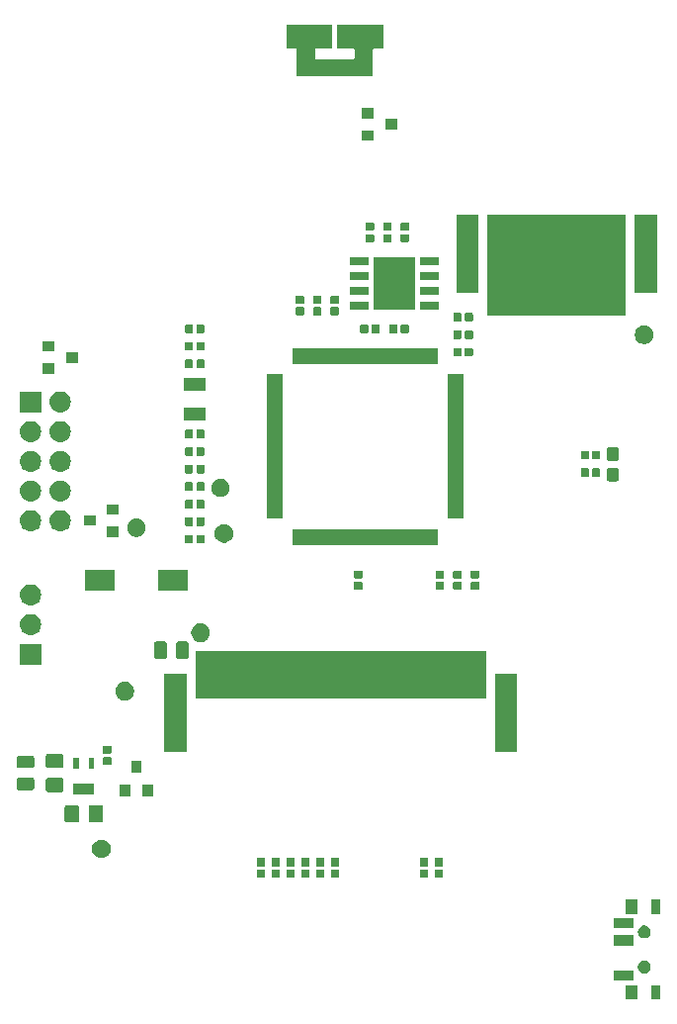
<source format=gts>
G04 #@! TF.GenerationSoftware,KiCad,Pcbnew,5.0.2-bee76a0~70~ubuntu18.10.1*
G04 #@! TF.CreationDate,2019-03-19T21:34:18-05:00*
G04 #@! TF.ProjectId,camboard,63616d62-6f61-4726-942e-6b696361645f,rev?*
G04 #@! TF.SameCoordinates,Original*
G04 #@! TF.FileFunction,Soldermask,Top*
G04 #@! TF.FilePolarity,Negative*
%FSLAX46Y46*%
G04 Gerber Fmt 4.6, Leading zero omitted, Abs format (unit mm)*
G04 Created by KiCad (PCBNEW 5.0.2-bee76a0~70~ubuntu18.10.1) date Tue 19 Mar 2019 09:34:18 PM CDT*
%MOMM*%
%LPD*%
G01*
G04 APERTURE LIST*
%ADD10C,0.100000*%
G04 APERTURE END LIST*
D10*
G36*
X27899540Y-41350690D02*
X27096900Y-41350690D01*
X27096900Y-40149270D01*
X27899540Y-40149270D01*
X27899540Y-41350690D01*
X27899540Y-41350690D01*
G37*
G36*
X25900560Y-41350690D02*
X24899800Y-41350690D01*
X24899800Y-40149270D01*
X25900560Y-40149270D01*
X25900560Y-41350690D01*
X25900560Y-41350690D01*
G37*
G36*
X25603380Y-39798750D02*
X23901580Y-39798750D01*
X23901580Y-38897050D01*
X25603380Y-38897050D01*
X25603380Y-39798750D01*
X25603380Y-39798750D01*
G37*
G36*
X26607529Y-38058010D02*
X26660773Y-38068601D01*
X26761082Y-38110151D01*
X26851357Y-38170470D01*
X26928130Y-38247243D01*
X26988449Y-38337518D01*
X27029999Y-38437827D01*
X27051180Y-38544314D01*
X27051180Y-38652886D01*
X27029999Y-38759373D01*
X26988449Y-38859682D01*
X26928130Y-38949957D01*
X26851357Y-39026730D01*
X26761082Y-39087049D01*
X26660773Y-39128599D01*
X26607530Y-39139189D01*
X26554288Y-39149780D01*
X26445712Y-39149780D01*
X26392470Y-39139189D01*
X26339227Y-39128599D01*
X26238918Y-39087049D01*
X26148643Y-39026730D01*
X26071870Y-38949957D01*
X26011551Y-38859682D01*
X25970001Y-38759373D01*
X25948820Y-38652886D01*
X25948820Y-38544314D01*
X25970001Y-38437827D01*
X26011551Y-38337518D01*
X26071870Y-38247243D01*
X26148643Y-38170470D01*
X26238918Y-38110151D01*
X26339227Y-38068601D01*
X26392471Y-38058010D01*
X26445712Y-38047420D01*
X26554288Y-38047420D01*
X26607529Y-38058010D01*
X26607529Y-38058010D01*
G37*
G36*
X25603380Y-36801550D02*
X23901580Y-36801550D01*
X23901580Y-35899850D01*
X25603380Y-35899850D01*
X25603380Y-36801550D01*
X25603380Y-36801550D01*
G37*
G36*
X26607530Y-35060811D02*
X26660773Y-35071401D01*
X26761082Y-35112951D01*
X26851357Y-35173270D01*
X26928130Y-35250043D01*
X26988449Y-35340318D01*
X27029999Y-35440627D01*
X27051180Y-35547114D01*
X27051180Y-35655686D01*
X27029999Y-35762173D01*
X26988449Y-35862482D01*
X26928130Y-35952757D01*
X26851357Y-36029530D01*
X26761082Y-36089849D01*
X26660773Y-36131399D01*
X26607529Y-36141990D01*
X26554288Y-36152580D01*
X26445712Y-36152580D01*
X26392471Y-36141990D01*
X26339227Y-36131399D01*
X26238918Y-36089849D01*
X26148643Y-36029530D01*
X26071870Y-35952757D01*
X26011551Y-35862482D01*
X25970001Y-35762173D01*
X25948820Y-35655686D01*
X25948820Y-35547114D01*
X25970001Y-35440627D01*
X26011551Y-35340318D01*
X26071870Y-35250043D01*
X26148643Y-35173270D01*
X26238918Y-35112951D01*
X26339227Y-35071401D01*
X26392470Y-35060811D01*
X26445712Y-35050220D01*
X26554288Y-35050220D01*
X26607530Y-35060811D01*
X26607530Y-35060811D01*
G37*
G36*
X25603380Y-35302950D02*
X23901580Y-35302950D01*
X23901580Y-34401250D01*
X25603380Y-34401250D01*
X25603380Y-35302950D01*
X25603380Y-35302950D01*
G37*
G36*
X25900560Y-34050730D02*
X24899800Y-34050730D01*
X24899800Y-32849310D01*
X25900560Y-32849310D01*
X25900560Y-34050730D01*
X25900560Y-34050730D01*
G37*
G36*
X27899540Y-34050730D02*
X27096900Y-34050730D01*
X27096900Y-32849310D01*
X27899540Y-32849310D01*
X27899540Y-34050730D01*
X27899540Y-34050730D01*
G37*
G36*
X-6043204Y-30267339D02*
X-6022586Y-30273593D01*
X-6003586Y-30283749D01*
X-5986934Y-30297415D01*
X-5973268Y-30314067D01*
X-5963112Y-30333067D01*
X-5956858Y-30353685D01*
X-5954142Y-30381263D01*
X-5954142Y-30839983D01*
X-5956858Y-30867561D01*
X-5963112Y-30888179D01*
X-5973268Y-30907179D01*
X-5986934Y-30923831D01*
X-6003586Y-30937497D01*
X-6022586Y-30947653D01*
X-6043204Y-30953907D01*
X-6070782Y-30956623D01*
X-6579502Y-30956623D01*
X-6607080Y-30953907D01*
X-6627698Y-30947653D01*
X-6646698Y-30937497D01*
X-6663350Y-30923831D01*
X-6677016Y-30907179D01*
X-6687172Y-30888179D01*
X-6693426Y-30867561D01*
X-6696142Y-30839983D01*
X-6696142Y-30381263D01*
X-6693426Y-30353685D01*
X-6687172Y-30333067D01*
X-6677016Y-30314067D01*
X-6663350Y-30297415D01*
X-6646698Y-30283749D01*
X-6627698Y-30273593D01*
X-6607080Y-30267339D01*
X-6579502Y-30264623D01*
X-6070782Y-30264623D01*
X-6043204Y-30267339D01*
X-6043204Y-30267339D01*
G37*
G36*
X306796Y-30267339D02*
X327414Y-30273593D01*
X346414Y-30283749D01*
X363066Y-30297415D01*
X376732Y-30314067D01*
X386888Y-30333067D01*
X393142Y-30353685D01*
X395858Y-30381263D01*
X395858Y-30839983D01*
X393142Y-30867561D01*
X386888Y-30888179D01*
X376732Y-30907179D01*
X363066Y-30923831D01*
X346414Y-30937497D01*
X327414Y-30947653D01*
X306796Y-30953907D01*
X279218Y-30956623D01*
X-229502Y-30956623D01*
X-257080Y-30953907D01*
X-277698Y-30947653D01*
X-296698Y-30937497D01*
X-313350Y-30923831D01*
X-327016Y-30907179D01*
X-337172Y-30888179D01*
X-343426Y-30867561D01*
X-346142Y-30839983D01*
X-346142Y-30381263D01*
X-343426Y-30353685D01*
X-337172Y-30333067D01*
X-327016Y-30314067D01*
X-313350Y-30297415D01*
X-296698Y-30283749D01*
X-277698Y-30273593D01*
X-257080Y-30267339D01*
X-229502Y-30264623D01*
X279218Y-30264623D01*
X306796Y-30267339D01*
X306796Y-30267339D01*
G37*
G36*
X-3503204Y-30267339D02*
X-3482586Y-30273593D01*
X-3463586Y-30283749D01*
X-3446934Y-30297415D01*
X-3433268Y-30314067D01*
X-3423112Y-30333067D01*
X-3416858Y-30353685D01*
X-3414142Y-30381263D01*
X-3414142Y-30839983D01*
X-3416858Y-30867561D01*
X-3423112Y-30888179D01*
X-3433268Y-30907179D01*
X-3446934Y-30923831D01*
X-3463586Y-30937497D01*
X-3482586Y-30947653D01*
X-3503204Y-30953907D01*
X-3530782Y-30956623D01*
X-4039502Y-30956623D01*
X-4067080Y-30953907D01*
X-4087698Y-30947653D01*
X-4106698Y-30937497D01*
X-4123350Y-30923831D01*
X-4137016Y-30907179D01*
X-4147172Y-30888179D01*
X-4153426Y-30867561D01*
X-4156142Y-30839983D01*
X-4156142Y-30381263D01*
X-4153426Y-30353685D01*
X-4147172Y-30333067D01*
X-4137016Y-30314067D01*
X-4123350Y-30297415D01*
X-4106698Y-30283749D01*
X-4087698Y-30273593D01*
X-4067080Y-30267339D01*
X-4039502Y-30264623D01*
X-3530782Y-30264623D01*
X-3503204Y-30267339D01*
X-3503204Y-30267339D01*
G37*
G36*
X-963204Y-30267339D02*
X-942586Y-30273593D01*
X-923586Y-30283749D01*
X-906934Y-30297415D01*
X-893268Y-30314067D01*
X-883112Y-30333067D01*
X-876858Y-30353685D01*
X-874142Y-30381263D01*
X-874142Y-30839983D01*
X-876858Y-30867561D01*
X-883112Y-30888179D01*
X-893268Y-30907179D01*
X-906934Y-30923831D01*
X-923586Y-30937497D01*
X-942586Y-30947653D01*
X-963204Y-30953907D01*
X-990782Y-30956623D01*
X-1499502Y-30956623D01*
X-1527080Y-30953907D01*
X-1547698Y-30947653D01*
X-1566698Y-30937497D01*
X-1583350Y-30923831D01*
X-1597016Y-30907179D01*
X-1607172Y-30888179D01*
X-1613426Y-30867561D01*
X-1616142Y-30839983D01*
X-1616142Y-30381263D01*
X-1613426Y-30353685D01*
X-1607172Y-30333067D01*
X-1597016Y-30314067D01*
X-1583350Y-30297415D01*
X-1566698Y-30283749D01*
X-1547698Y-30273593D01*
X-1527080Y-30267339D01*
X-1499502Y-30264623D01*
X-990782Y-30264623D01*
X-963204Y-30267339D01*
X-963204Y-30267339D01*
G37*
G36*
X-4773204Y-30267339D02*
X-4752586Y-30273593D01*
X-4733586Y-30283749D01*
X-4716934Y-30297415D01*
X-4703268Y-30314067D01*
X-4693112Y-30333067D01*
X-4686858Y-30353685D01*
X-4684142Y-30381263D01*
X-4684142Y-30839983D01*
X-4686858Y-30867561D01*
X-4693112Y-30888179D01*
X-4703268Y-30907179D01*
X-4716934Y-30923831D01*
X-4733586Y-30937497D01*
X-4752586Y-30947653D01*
X-4773204Y-30953907D01*
X-4800782Y-30956623D01*
X-5309502Y-30956623D01*
X-5337080Y-30953907D01*
X-5357698Y-30947653D01*
X-5376698Y-30937497D01*
X-5393350Y-30923831D01*
X-5407016Y-30907179D01*
X-5417172Y-30888179D01*
X-5423426Y-30867561D01*
X-5426142Y-30839983D01*
X-5426142Y-30381263D01*
X-5423426Y-30353685D01*
X-5417172Y-30333067D01*
X-5407016Y-30314067D01*
X-5393350Y-30297415D01*
X-5376698Y-30283749D01*
X-5357698Y-30273593D01*
X-5337080Y-30267339D01*
X-5309502Y-30264623D01*
X-4800782Y-30264623D01*
X-4773204Y-30267339D01*
X-4773204Y-30267339D01*
G37*
G36*
X-2233204Y-30267339D02*
X-2212586Y-30273593D01*
X-2193586Y-30283749D01*
X-2176934Y-30297415D01*
X-2163268Y-30314067D01*
X-2153112Y-30333067D01*
X-2146858Y-30353685D01*
X-2144142Y-30381263D01*
X-2144142Y-30839983D01*
X-2146858Y-30867561D01*
X-2153112Y-30888179D01*
X-2163268Y-30907179D01*
X-2176934Y-30923831D01*
X-2193586Y-30937497D01*
X-2212586Y-30947653D01*
X-2233204Y-30953907D01*
X-2260782Y-30956623D01*
X-2769502Y-30956623D01*
X-2797080Y-30953907D01*
X-2817698Y-30947653D01*
X-2836698Y-30937497D01*
X-2853350Y-30923831D01*
X-2867016Y-30907179D01*
X-2877172Y-30888179D01*
X-2883426Y-30867561D01*
X-2886142Y-30839983D01*
X-2886142Y-30381263D01*
X-2883426Y-30353685D01*
X-2877172Y-30333067D01*
X-2867016Y-30314067D01*
X-2853350Y-30297415D01*
X-2836698Y-30283749D01*
X-2817698Y-30273593D01*
X-2797080Y-30267339D01*
X-2769502Y-30264623D01*
X-2260782Y-30264623D01*
X-2233204Y-30267339D01*
X-2233204Y-30267339D01*
G37*
G36*
X7926796Y-30267339D02*
X7947414Y-30273593D01*
X7966414Y-30283749D01*
X7983066Y-30297415D01*
X7996732Y-30314067D01*
X8006888Y-30333067D01*
X8013142Y-30353685D01*
X8015858Y-30381263D01*
X8015858Y-30839983D01*
X8013142Y-30867561D01*
X8006888Y-30888179D01*
X7996732Y-30907179D01*
X7983066Y-30923831D01*
X7966414Y-30937497D01*
X7947414Y-30947653D01*
X7926796Y-30953907D01*
X7899218Y-30956623D01*
X7390498Y-30956623D01*
X7362920Y-30953907D01*
X7342302Y-30947653D01*
X7323302Y-30937497D01*
X7306650Y-30923831D01*
X7292984Y-30907179D01*
X7282828Y-30888179D01*
X7276574Y-30867561D01*
X7273858Y-30839983D01*
X7273858Y-30381263D01*
X7276574Y-30353685D01*
X7282828Y-30333067D01*
X7292984Y-30314067D01*
X7306650Y-30297415D01*
X7323302Y-30283749D01*
X7342302Y-30273593D01*
X7362920Y-30267339D01*
X7390498Y-30264623D01*
X7899218Y-30264623D01*
X7926796Y-30267339D01*
X7926796Y-30267339D01*
G37*
G36*
X9196796Y-30267339D02*
X9217414Y-30273593D01*
X9236414Y-30283749D01*
X9253066Y-30297415D01*
X9266732Y-30314067D01*
X9276888Y-30333067D01*
X9283142Y-30353685D01*
X9285858Y-30381263D01*
X9285858Y-30839983D01*
X9283142Y-30867561D01*
X9276888Y-30888179D01*
X9266732Y-30907179D01*
X9253066Y-30923831D01*
X9236414Y-30937497D01*
X9217414Y-30947653D01*
X9196796Y-30953907D01*
X9169218Y-30956623D01*
X8660498Y-30956623D01*
X8632920Y-30953907D01*
X8612302Y-30947653D01*
X8593302Y-30937497D01*
X8576650Y-30923831D01*
X8562984Y-30907179D01*
X8552828Y-30888179D01*
X8546574Y-30867561D01*
X8543858Y-30839983D01*
X8543858Y-30381263D01*
X8546574Y-30353685D01*
X8552828Y-30333067D01*
X8562984Y-30314067D01*
X8576650Y-30297415D01*
X8593302Y-30283749D01*
X8612302Y-30273593D01*
X8632920Y-30267339D01*
X8660498Y-30264623D01*
X9169218Y-30264623D01*
X9196796Y-30267339D01*
X9196796Y-30267339D01*
G37*
G36*
X-6043204Y-29297339D02*
X-6022586Y-29303593D01*
X-6003586Y-29313749D01*
X-5986934Y-29327415D01*
X-5973268Y-29344067D01*
X-5963112Y-29363067D01*
X-5956858Y-29383685D01*
X-5954142Y-29411263D01*
X-5954142Y-29869983D01*
X-5956858Y-29897561D01*
X-5963112Y-29918179D01*
X-5973268Y-29937179D01*
X-5986934Y-29953831D01*
X-6003586Y-29967497D01*
X-6022586Y-29977653D01*
X-6043204Y-29983907D01*
X-6070782Y-29986623D01*
X-6579502Y-29986623D01*
X-6607080Y-29983907D01*
X-6627698Y-29977653D01*
X-6646698Y-29967497D01*
X-6663350Y-29953831D01*
X-6677016Y-29937179D01*
X-6687172Y-29918179D01*
X-6693426Y-29897561D01*
X-6696142Y-29869983D01*
X-6696142Y-29411263D01*
X-6693426Y-29383685D01*
X-6687172Y-29363067D01*
X-6677016Y-29344067D01*
X-6663350Y-29327415D01*
X-6646698Y-29313749D01*
X-6627698Y-29303593D01*
X-6607080Y-29297339D01*
X-6579502Y-29294623D01*
X-6070782Y-29294623D01*
X-6043204Y-29297339D01*
X-6043204Y-29297339D01*
G37*
G36*
X-3503204Y-29297339D02*
X-3482586Y-29303593D01*
X-3463586Y-29313749D01*
X-3446934Y-29327415D01*
X-3433268Y-29344067D01*
X-3423112Y-29363067D01*
X-3416858Y-29383685D01*
X-3414142Y-29411263D01*
X-3414142Y-29869983D01*
X-3416858Y-29897561D01*
X-3423112Y-29918179D01*
X-3433268Y-29937179D01*
X-3446934Y-29953831D01*
X-3463586Y-29967497D01*
X-3482586Y-29977653D01*
X-3503204Y-29983907D01*
X-3530782Y-29986623D01*
X-4039502Y-29986623D01*
X-4067080Y-29983907D01*
X-4087698Y-29977653D01*
X-4106698Y-29967497D01*
X-4123350Y-29953831D01*
X-4137016Y-29937179D01*
X-4147172Y-29918179D01*
X-4153426Y-29897561D01*
X-4156142Y-29869983D01*
X-4156142Y-29411263D01*
X-4153426Y-29383685D01*
X-4147172Y-29363067D01*
X-4137016Y-29344067D01*
X-4123350Y-29327415D01*
X-4106698Y-29313749D01*
X-4087698Y-29303593D01*
X-4067080Y-29297339D01*
X-4039502Y-29294623D01*
X-3530782Y-29294623D01*
X-3503204Y-29297339D01*
X-3503204Y-29297339D01*
G37*
G36*
X-4773204Y-29297339D02*
X-4752586Y-29303593D01*
X-4733586Y-29313749D01*
X-4716934Y-29327415D01*
X-4703268Y-29344067D01*
X-4693112Y-29363067D01*
X-4686858Y-29383685D01*
X-4684142Y-29411263D01*
X-4684142Y-29869983D01*
X-4686858Y-29897561D01*
X-4693112Y-29918179D01*
X-4703268Y-29937179D01*
X-4716934Y-29953831D01*
X-4733586Y-29967497D01*
X-4752586Y-29977653D01*
X-4773204Y-29983907D01*
X-4800782Y-29986623D01*
X-5309502Y-29986623D01*
X-5337080Y-29983907D01*
X-5357698Y-29977653D01*
X-5376698Y-29967497D01*
X-5393350Y-29953831D01*
X-5407016Y-29937179D01*
X-5417172Y-29918179D01*
X-5423426Y-29897561D01*
X-5426142Y-29869983D01*
X-5426142Y-29411263D01*
X-5423426Y-29383685D01*
X-5417172Y-29363067D01*
X-5407016Y-29344067D01*
X-5393350Y-29327415D01*
X-5376698Y-29313749D01*
X-5357698Y-29303593D01*
X-5337080Y-29297339D01*
X-5309502Y-29294623D01*
X-4800782Y-29294623D01*
X-4773204Y-29297339D01*
X-4773204Y-29297339D01*
G37*
G36*
X-2233204Y-29297339D02*
X-2212586Y-29303593D01*
X-2193586Y-29313749D01*
X-2176934Y-29327415D01*
X-2163268Y-29344067D01*
X-2153112Y-29363067D01*
X-2146858Y-29383685D01*
X-2144142Y-29411263D01*
X-2144142Y-29869983D01*
X-2146858Y-29897561D01*
X-2153112Y-29918179D01*
X-2163268Y-29937179D01*
X-2176934Y-29953831D01*
X-2193586Y-29967497D01*
X-2212586Y-29977653D01*
X-2233204Y-29983907D01*
X-2260782Y-29986623D01*
X-2769502Y-29986623D01*
X-2797080Y-29983907D01*
X-2817698Y-29977653D01*
X-2836698Y-29967497D01*
X-2853350Y-29953831D01*
X-2867016Y-29937179D01*
X-2877172Y-29918179D01*
X-2883426Y-29897561D01*
X-2886142Y-29869983D01*
X-2886142Y-29411263D01*
X-2883426Y-29383685D01*
X-2877172Y-29363067D01*
X-2867016Y-29344067D01*
X-2853350Y-29327415D01*
X-2836698Y-29313749D01*
X-2817698Y-29303593D01*
X-2797080Y-29297339D01*
X-2769502Y-29294623D01*
X-2260782Y-29294623D01*
X-2233204Y-29297339D01*
X-2233204Y-29297339D01*
G37*
G36*
X7926796Y-29297339D02*
X7947414Y-29303593D01*
X7966414Y-29313749D01*
X7983066Y-29327415D01*
X7996732Y-29344067D01*
X8006888Y-29363067D01*
X8013142Y-29383685D01*
X8015858Y-29411263D01*
X8015858Y-29869983D01*
X8013142Y-29897561D01*
X8006888Y-29918179D01*
X7996732Y-29937179D01*
X7983066Y-29953831D01*
X7966414Y-29967497D01*
X7947414Y-29977653D01*
X7926796Y-29983907D01*
X7899218Y-29986623D01*
X7390498Y-29986623D01*
X7362920Y-29983907D01*
X7342302Y-29977653D01*
X7323302Y-29967497D01*
X7306650Y-29953831D01*
X7292984Y-29937179D01*
X7282828Y-29918179D01*
X7276574Y-29897561D01*
X7273858Y-29869983D01*
X7273858Y-29411263D01*
X7276574Y-29383685D01*
X7282828Y-29363067D01*
X7292984Y-29344067D01*
X7306650Y-29327415D01*
X7323302Y-29313749D01*
X7342302Y-29303593D01*
X7362920Y-29297339D01*
X7390498Y-29294623D01*
X7899218Y-29294623D01*
X7926796Y-29297339D01*
X7926796Y-29297339D01*
G37*
G36*
X9196796Y-29297339D02*
X9217414Y-29303593D01*
X9236414Y-29313749D01*
X9253066Y-29327415D01*
X9266732Y-29344067D01*
X9276888Y-29363067D01*
X9283142Y-29383685D01*
X9285858Y-29411263D01*
X9285858Y-29869983D01*
X9283142Y-29897561D01*
X9276888Y-29918179D01*
X9266732Y-29937179D01*
X9253066Y-29953831D01*
X9236414Y-29967497D01*
X9217414Y-29977653D01*
X9196796Y-29983907D01*
X9169218Y-29986623D01*
X8660498Y-29986623D01*
X8632920Y-29983907D01*
X8612302Y-29977653D01*
X8593302Y-29967497D01*
X8576650Y-29953831D01*
X8562984Y-29937179D01*
X8552828Y-29918179D01*
X8546574Y-29897561D01*
X8543858Y-29869983D01*
X8543858Y-29411263D01*
X8546574Y-29383685D01*
X8552828Y-29363067D01*
X8562984Y-29344067D01*
X8576650Y-29327415D01*
X8593302Y-29313749D01*
X8612302Y-29303593D01*
X8632920Y-29297339D01*
X8660498Y-29294623D01*
X9169218Y-29294623D01*
X9196796Y-29297339D01*
X9196796Y-29297339D01*
G37*
G36*
X306796Y-29297339D02*
X327414Y-29303593D01*
X346414Y-29313749D01*
X363066Y-29327415D01*
X376732Y-29344067D01*
X386888Y-29363067D01*
X393142Y-29383685D01*
X395858Y-29411263D01*
X395858Y-29869983D01*
X393142Y-29897561D01*
X386888Y-29918179D01*
X376732Y-29937179D01*
X363066Y-29953831D01*
X346414Y-29967497D01*
X327414Y-29977653D01*
X306796Y-29983907D01*
X279218Y-29986623D01*
X-229502Y-29986623D01*
X-257080Y-29983907D01*
X-277698Y-29977653D01*
X-296698Y-29967497D01*
X-313350Y-29953831D01*
X-327016Y-29937179D01*
X-337172Y-29918179D01*
X-343426Y-29897561D01*
X-346142Y-29869983D01*
X-346142Y-29411263D01*
X-343426Y-29383685D01*
X-337172Y-29363067D01*
X-327016Y-29344067D01*
X-313350Y-29327415D01*
X-296698Y-29313749D01*
X-277698Y-29303593D01*
X-257080Y-29297339D01*
X-229502Y-29294623D01*
X279218Y-29294623D01*
X306796Y-29297339D01*
X306796Y-29297339D01*
G37*
G36*
X-963204Y-29297339D02*
X-942586Y-29303593D01*
X-923586Y-29313749D01*
X-906934Y-29327415D01*
X-893268Y-29344067D01*
X-883112Y-29363067D01*
X-876858Y-29383685D01*
X-874142Y-29411263D01*
X-874142Y-29869983D01*
X-876858Y-29897561D01*
X-883112Y-29918179D01*
X-893268Y-29937179D01*
X-906934Y-29953831D01*
X-923586Y-29967497D01*
X-942586Y-29977653D01*
X-963204Y-29983907D01*
X-990782Y-29986623D01*
X-1499502Y-29986623D01*
X-1527080Y-29983907D01*
X-1547698Y-29977653D01*
X-1566698Y-29967497D01*
X-1583350Y-29953831D01*
X-1597016Y-29937179D01*
X-1607172Y-29918179D01*
X-1613426Y-29897561D01*
X-1616142Y-29869983D01*
X-1616142Y-29411263D01*
X-1613426Y-29383685D01*
X-1607172Y-29363067D01*
X-1597016Y-29344067D01*
X-1583350Y-29327415D01*
X-1566698Y-29313749D01*
X-1547698Y-29303593D01*
X-1527080Y-29297339D01*
X-1499502Y-29294623D01*
X-990782Y-29294623D01*
X-963204Y-29297339D01*
X-963204Y-29297339D01*
G37*
G36*
X-19766357Y-27729781D02*
X-19620585Y-27790162D01*
X-19489389Y-27877824D01*
X-19377824Y-27989389D01*
X-19290162Y-28120585D01*
X-19229781Y-28266357D01*
X-19199000Y-28421107D01*
X-19199000Y-28578893D01*
X-19229781Y-28733643D01*
X-19290162Y-28879415D01*
X-19377824Y-29010611D01*
X-19489389Y-29122176D01*
X-19620585Y-29209838D01*
X-19766357Y-29270219D01*
X-19921107Y-29301000D01*
X-20078893Y-29301000D01*
X-20233643Y-29270219D01*
X-20379415Y-29209838D01*
X-20510611Y-29122176D01*
X-20622176Y-29010611D01*
X-20709838Y-28879415D01*
X-20770219Y-28733643D01*
X-20801000Y-28578893D01*
X-20801000Y-28421107D01*
X-20770219Y-28266357D01*
X-20709838Y-28120585D01*
X-20622176Y-27989389D01*
X-20510611Y-27877824D01*
X-20379415Y-27790162D01*
X-20233643Y-27729781D01*
X-20078893Y-27699000D01*
X-19921107Y-27699000D01*
X-19766357Y-27729781D01*
X-19766357Y-27729781D01*
G37*
G36*
X-22061323Y-24753465D02*
X-22023636Y-24764898D01*
X-21988897Y-24783466D01*
X-21958452Y-24808452D01*
X-21933466Y-24838897D01*
X-21914898Y-24873636D01*
X-21903465Y-24911323D01*
X-21899000Y-24956661D01*
X-21899000Y-26043339D01*
X-21903465Y-26088677D01*
X-21914898Y-26126364D01*
X-21933466Y-26161103D01*
X-21958452Y-26191548D01*
X-21988897Y-26216534D01*
X-22023636Y-26235102D01*
X-22061323Y-26246535D01*
X-22106661Y-26251000D01*
X-22943339Y-26251000D01*
X-22988677Y-26246535D01*
X-23026364Y-26235102D01*
X-23061103Y-26216534D01*
X-23091548Y-26191548D01*
X-23116534Y-26161103D01*
X-23135102Y-26126364D01*
X-23146535Y-26088677D01*
X-23151000Y-26043339D01*
X-23151000Y-24956661D01*
X-23146535Y-24911323D01*
X-23135102Y-24873636D01*
X-23116534Y-24838897D01*
X-23091548Y-24808452D01*
X-23061103Y-24783466D01*
X-23026364Y-24764898D01*
X-22988677Y-24753465D01*
X-22943339Y-24749000D01*
X-22106661Y-24749000D01*
X-22061323Y-24753465D01*
X-22061323Y-24753465D01*
G37*
G36*
X-20011323Y-24753465D02*
X-19973636Y-24764898D01*
X-19938897Y-24783466D01*
X-19908452Y-24808452D01*
X-19883466Y-24838897D01*
X-19864898Y-24873636D01*
X-19853465Y-24911323D01*
X-19849000Y-24956661D01*
X-19849000Y-26043339D01*
X-19853465Y-26088677D01*
X-19864898Y-26126364D01*
X-19883466Y-26161103D01*
X-19908452Y-26191548D01*
X-19938897Y-26216534D01*
X-19973636Y-26235102D01*
X-20011323Y-26246535D01*
X-20056661Y-26251000D01*
X-20893339Y-26251000D01*
X-20938677Y-26246535D01*
X-20976364Y-26235102D01*
X-21011103Y-26216534D01*
X-21041548Y-26191548D01*
X-21066534Y-26161103D01*
X-21085102Y-26126364D01*
X-21096535Y-26088677D01*
X-21101000Y-26043339D01*
X-21101000Y-24956661D01*
X-21096535Y-24911323D01*
X-21085102Y-24873636D01*
X-21066534Y-24838897D01*
X-21041548Y-24808452D01*
X-21011103Y-24783466D01*
X-20976364Y-24764898D01*
X-20938677Y-24753465D01*
X-20893339Y-24749000D01*
X-20056661Y-24749000D01*
X-20011323Y-24753465D01*
X-20011323Y-24753465D01*
G37*
G36*
X-17499000Y-24001000D02*
X-18401000Y-24001000D01*
X-18401000Y-22999000D01*
X-17499000Y-22999000D01*
X-17499000Y-24001000D01*
X-17499000Y-24001000D01*
G37*
G36*
X-15599000Y-24001000D02*
X-16501000Y-24001000D01*
X-16501000Y-22999000D01*
X-15599000Y-22999000D01*
X-15599000Y-24001000D01*
X-15599000Y-24001000D01*
G37*
G36*
X-20624142Y-23866623D02*
X-22376142Y-23866623D01*
X-22376142Y-22914623D01*
X-20624142Y-22914623D01*
X-20624142Y-23866623D01*
X-20624142Y-23866623D01*
G37*
G36*
X-23411323Y-22403465D02*
X-23373636Y-22414898D01*
X-23338897Y-22433466D01*
X-23308452Y-22458452D01*
X-23283466Y-22488897D01*
X-23264898Y-22523636D01*
X-23253465Y-22561323D01*
X-23249000Y-22606661D01*
X-23249000Y-23443339D01*
X-23253465Y-23488677D01*
X-23264898Y-23526364D01*
X-23283466Y-23561103D01*
X-23308452Y-23591548D01*
X-23338897Y-23616534D01*
X-23373636Y-23635102D01*
X-23411323Y-23646535D01*
X-23456661Y-23651000D01*
X-24543339Y-23651000D01*
X-24588677Y-23646535D01*
X-24626364Y-23635102D01*
X-24661103Y-23616534D01*
X-24691548Y-23591548D01*
X-24716534Y-23561103D01*
X-24735102Y-23526364D01*
X-24746535Y-23488677D01*
X-24751000Y-23443339D01*
X-24751000Y-22606661D01*
X-24746535Y-22561323D01*
X-24735102Y-22523636D01*
X-24716534Y-22488897D01*
X-24691548Y-22458452D01*
X-24661103Y-22433466D01*
X-24626364Y-22414898D01*
X-24588677Y-22403465D01*
X-24543339Y-22399000D01*
X-23456661Y-22399000D01*
X-23411323Y-22403465D01*
X-23411323Y-22403465D01*
G37*
G36*
X-25915534Y-22403565D02*
X-25876863Y-22415296D01*
X-25841221Y-22434348D01*
X-25809983Y-22459983D01*
X-25784348Y-22491221D01*
X-25765296Y-22526863D01*
X-25753565Y-22565534D01*
X-25749000Y-22611888D01*
X-25749000Y-23263112D01*
X-25753565Y-23309466D01*
X-25765296Y-23348137D01*
X-25784348Y-23383779D01*
X-25809983Y-23415017D01*
X-25841221Y-23440652D01*
X-25876863Y-23459704D01*
X-25915534Y-23471435D01*
X-25961888Y-23476000D01*
X-27038112Y-23476000D01*
X-27084466Y-23471435D01*
X-27123137Y-23459704D01*
X-27158779Y-23440652D01*
X-27190017Y-23415017D01*
X-27215652Y-23383779D01*
X-27234704Y-23348137D01*
X-27246435Y-23309466D01*
X-27251000Y-23263112D01*
X-27251000Y-22611888D01*
X-27246435Y-22565534D01*
X-27234704Y-22526863D01*
X-27215652Y-22491221D01*
X-27190017Y-22459983D01*
X-27158779Y-22434348D01*
X-27123137Y-22415296D01*
X-27084466Y-22403565D01*
X-27038112Y-22399000D01*
X-25961888Y-22399000D01*
X-25915534Y-22403565D01*
X-25915534Y-22403565D01*
G37*
G36*
X-16549000Y-22001000D02*
X-17451000Y-22001000D01*
X-17451000Y-20999000D01*
X-16549000Y-20999000D01*
X-16549000Y-22001000D01*
X-16549000Y-22001000D01*
G37*
G36*
X-21924142Y-21666623D02*
X-22376142Y-21666623D01*
X-22376142Y-20714623D01*
X-21924142Y-20714623D01*
X-21924142Y-21666623D01*
X-21924142Y-21666623D01*
G37*
G36*
X-20624142Y-21666623D02*
X-21076142Y-21666623D01*
X-21076142Y-20714623D01*
X-20624142Y-20714623D01*
X-20624142Y-21666623D01*
X-20624142Y-21666623D01*
G37*
G36*
X-23411323Y-20353465D02*
X-23373636Y-20364898D01*
X-23338897Y-20383466D01*
X-23308452Y-20408452D01*
X-23283466Y-20438897D01*
X-23264898Y-20473636D01*
X-23253465Y-20511323D01*
X-23249000Y-20556661D01*
X-23249000Y-21393339D01*
X-23253465Y-21438677D01*
X-23264898Y-21476364D01*
X-23283466Y-21511103D01*
X-23308452Y-21541548D01*
X-23338897Y-21566534D01*
X-23373636Y-21585102D01*
X-23411323Y-21596535D01*
X-23456661Y-21601000D01*
X-24543339Y-21601000D01*
X-24588677Y-21596535D01*
X-24626364Y-21585102D01*
X-24661103Y-21566534D01*
X-24691548Y-21541548D01*
X-24716534Y-21511103D01*
X-24735102Y-21476364D01*
X-24746535Y-21438677D01*
X-24751000Y-21393339D01*
X-24751000Y-20556661D01*
X-24746535Y-20511323D01*
X-24735102Y-20473636D01*
X-24716534Y-20438897D01*
X-24691548Y-20408452D01*
X-24661103Y-20383466D01*
X-24626364Y-20364898D01*
X-24588677Y-20353465D01*
X-24543339Y-20349000D01*
X-23456661Y-20349000D01*
X-23411323Y-20353465D01*
X-23411323Y-20353465D01*
G37*
G36*
X-25915534Y-20528565D02*
X-25876863Y-20540296D01*
X-25841221Y-20559348D01*
X-25809983Y-20584983D01*
X-25784348Y-20616221D01*
X-25765296Y-20651863D01*
X-25753565Y-20690534D01*
X-25749000Y-20736888D01*
X-25749000Y-21388112D01*
X-25753565Y-21434466D01*
X-25765296Y-21473137D01*
X-25784348Y-21508779D01*
X-25809983Y-21540017D01*
X-25841221Y-21565652D01*
X-25876863Y-21584704D01*
X-25915534Y-21596435D01*
X-25961888Y-21601000D01*
X-27038112Y-21601000D01*
X-27084466Y-21596435D01*
X-27123137Y-21584704D01*
X-27158779Y-21565652D01*
X-27190017Y-21540017D01*
X-27215652Y-21508779D01*
X-27234704Y-21473137D01*
X-27246435Y-21434466D01*
X-27251000Y-21388112D01*
X-27251000Y-20736888D01*
X-27246435Y-20690534D01*
X-27234704Y-20651863D01*
X-27215652Y-20616221D01*
X-27190017Y-20584983D01*
X-27158779Y-20559348D01*
X-27123137Y-20540296D01*
X-27084466Y-20528565D01*
X-27038112Y-20524000D01*
X-25961888Y-20524000D01*
X-25915534Y-20528565D01*
X-25915534Y-20528565D01*
G37*
G36*
X-19218062Y-20641716D02*
X-19197444Y-20647970D01*
X-19178444Y-20658126D01*
X-19161792Y-20671792D01*
X-19148126Y-20688444D01*
X-19137970Y-20707444D01*
X-19131716Y-20728062D01*
X-19129000Y-20755640D01*
X-19129000Y-21214360D01*
X-19131716Y-21241938D01*
X-19137970Y-21262556D01*
X-19148126Y-21281556D01*
X-19161792Y-21298208D01*
X-19178444Y-21311874D01*
X-19197444Y-21322030D01*
X-19218062Y-21328284D01*
X-19245640Y-21331000D01*
X-19754360Y-21331000D01*
X-19781938Y-21328284D01*
X-19802556Y-21322030D01*
X-19821556Y-21311874D01*
X-19838208Y-21298208D01*
X-19851874Y-21281556D01*
X-19862030Y-21262556D01*
X-19868284Y-21241938D01*
X-19871000Y-21214360D01*
X-19871000Y-20755640D01*
X-19868284Y-20728062D01*
X-19862030Y-20707444D01*
X-19851874Y-20688444D01*
X-19838208Y-20671792D01*
X-19821556Y-20658126D01*
X-19802556Y-20647970D01*
X-19781938Y-20641716D01*
X-19754360Y-20639000D01*
X-19245640Y-20639000D01*
X-19218062Y-20641716D01*
X-19218062Y-20641716D01*
G37*
G36*
X-19218062Y-19671716D02*
X-19197444Y-19677970D01*
X-19178444Y-19688126D01*
X-19161792Y-19701792D01*
X-19148126Y-19718444D01*
X-19137970Y-19737444D01*
X-19131716Y-19758062D01*
X-19129000Y-19785640D01*
X-19129000Y-20244360D01*
X-19131716Y-20271938D01*
X-19137970Y-20292556D01*
X-19148126Y-20311556D01*
X-19161792Y-20328208D01*
X-19178444Y-20341874D01*
X-19197444Y-20352030D01*
X-19218062Y-20358284D01*
X-19245640Y-20361000D01*
X-19754360Y-20361000D01*
X-19781938Y-20358284D01*
X-19802556Y-20352030D01*
X-19821556Y-20341874D01*
X-19838208Y-20328208D01*
X-19851874Y-20311556D01*
X-19862030Y-20292556D01*
X-19868284Y-20271938D01*
X-19871000Y-20244360D01*
X-19871000Y-19785640D01*
X-19868284Y-19758062D01*
X-19862030Y-19737444D01*
X-19851874Y-19718444D01*
X-19838208Y-19701792D01*
X-19821556Y-19688126D01*
X-19802556Y-19677970D01*
X-19781938Y-19671716D01*
X-19754360Y-19669000D01*
X-19245640Y-19669000D01*
X-19218062Y-19671716D01*
X-19218062Y-19671716D01*
G37*
G36*
X15601000Y-20211000D02*
X13699000Y-20211000D01*
X13699000Y-13509000D01*
X15601000Y-13509000D01*
X15601000Y-20211000D01*
X15601000Y-20211000D01*
G37*
G36*
X-12699000Y-20211000D02*
X-14601000Y-20211000D01*
X-14601000Y-13509000D01*
X-12699000Y-13509000D01*
X-12699000Y-20211000D01*
X-12699000Y-20211000D01*
G37*
G36*
X-17766357Y-14229781D02*
X-17620585Y-14290162D01*
X-17489389Y-14377824D01*
X-17377824Y-14489389D01*
X-17290162Y-14620585D01*
X-17229781Y-14766357D01*
X-17199000Y-14921107D01*
X-17199000Y-15078893D01*
X-17229781Y-15233643D01*
X-17290162Y-15379415D01*
X-17377824Y-15510611D01*
X-17489389Y-15622176D01*
X-17620585Y-15709838D01*
X-17766357Y-15770219D01*
X-17921107Y-15801000D01*
X-18078893Y-15801000D01*
X-18233643Y-15770219D01*
X-18379415Y-15709838D01*
X-18510611Y-15622176D01*
X-18622176Y-15510611D01*
X-18709838Y-15379415D01*
X-18770219Y-15233643D01*
X-18801000Y-15078893D01*
X-18801000Y-14921107D01*
X-18770219Y-14766357D01*
X-18709838Y-14620585D01*
X-18622176Y-14489389D01*
X-18510611Y-14377824D01*
X-18379415Y-14290162D01*
X-18233643Y-14229781D01*
X-18078893Y-14199000D01*
X-17921107Y-14199000D01*
X-17766357Y-14229781D01*
X-17766357Y-14229781D01*
G37*
G36*
X12951000Y-15611000D02*
X-11951000Y-15611000D01*
X-11951000Y-11609000D01*
X12951000Y-11609000D01*
X12951000Y-15611000D01*
X12951000Y-15611000D01*
G37*
G36*
X-25159142Y-12741623D02*
X-26961142Y-12741623D01*
X-26961142Y-10939623D01*
X-25159142Y-10939623D01*
X-25159142Y-12741623D01*
X-25159142Y-12741623D01*
G37*
G36*
X-14565534Y-10753565D02*
X-14526863Y-10765296D01*
X-14491221Y-10784348D01*
X-14459983Y-10809983D01*
X-14434348Y-10841221D01*
X-14415296Y-10876863D01*
X-14403565Y-10915534D01*
X-14399000Y-10961888D01*
X-14399000Y-12038112D01*
X-14403565Y-12084466D01*
X-14415296Y-12123137D01*
X-14434348Y-12158779D01*
X-14459983Y-12190017D01*
X-14491221Y-12215652D01*
X-14526863Y-12234704D01*
X-14565534Y-12246435D01*
X-14611888Y-12251000D01*
X-15263112Y-12251000D01*
X-15309466Y-12246435D01*
X-15348137Y-12234704D01*
X-15383779Y-12215652D01*
X-15415017Y-12190017D01*
X-15440652Y-12158779D01*
X-15459704Y-12123137D01*
X-15471435Y-12084466D01*
X-15476000Y-12038112D01*
X-15476000Y-10961888D01*
X-15471435Y-10915534D01*
X-15459704Y-10876863D01*
X-15440652Y-10841221D01*
X-15415017Y-10809983D01*
X-15383779Y-10784348D01*
X-15348137Y-10765296D01*
X-15309466Y-10753565D01*
X-15263112Y-10749000D01*
X-14611888Y-10749000D01*
X-14565534Y-10753565D01*
X-14565534Y-10753565D01*
G37*
G36*
X-12690534Y-10753565D02*
X-12651863Y-10765296D01*
X-12616221Y-10784348D01*
X-12584983Y-10809983D01*
X-12559348Y-10841221D01*
X-12540296Y-10876863D01*
X-12528565Y-10915534D01*
X-12524000Y-10961888D01*
X-12524000Y-12038112D01*
X-12528565Y-12084466D01*
X-12540296Y-12123137D01*
X-12559348Y-12158779D01*
X-12584983Y-12190017D01*
X-12616221Y-12215652D01*
X-12651863Y-12234704D01*
X-12690534Y-12246435D01*
X-12736888Y-12251000D01*
X-13388112Y-12251000D01*
X-13434466Y-12246435D01*
X-13473137Y-12234704D01*
X-13508779Y-12215652D01*
X-13540017Y-12190017D01*
X-13565652Y-12158779D01*
X-13584704Y-12123137D01*
X-13596435Y-12084466D01*
X-13601000Y-12038112D01*
X-13601000Y-10961888D01*
X-13596435Y-10915534D01*
X-13584704Y-10876863D01*
X-13565652Y-10841221D01*
X-13540017Y-10809983D01*
X-13508779Y-10784348D01*
X-13473137Y-10765296D01*
X-13434466Y-10753565D01*
X-13388112Y-10749000D01*
X-12736888Y-10749000D01*
X-12690534Y-10753565D01*
X-12690534Y-10753565D01*
G37*
G36*
X-11266357Y-9229781D02*
X-11120585Y-9290162D01*
X-10989389Y-9377824D01*
X-10877824Y-9489389D01*
X-10790162Y-9620585D01*
X-10729781Y-9766357D01*
X-10699000Y-9921107D01*
X-10699000Y-10078893D01*
X-10729781Y-10233643D01*
X-10790162Y-10379415D01*
X-10877824Y-10510611D01*
X-10989389Y-10622176D01*
X-11120585Y-10709838D01*
X-11266357Y-10770219D01*
X-11421107Y-10801000D01*
X-11578893Y-10801000D01*
X-11733643Y-10770219D01*
X-11879415Y-10709838D01*
X-12010611Y-10622176D01*
X-12122176Y-10510611D01*
X-12209838Y-10379415D01*
X-12270219Y-10233643D01*
X-12301000Y-10078893D01*
X-12301000Y-9921107D01*
X-12270219Y-9766357D01*
X-12209838Y-9620585D01*
X-12122176Y-9489389D01*
X-12010611Y-9377824D01*
X-11879415Y-9290162D01*
X-11733643Y-9229781D01*
X-11578893Y-9199000D01*
X-11421107Y-9199000D01*
X-11266357Y-9229781D01*
X-11266357Y-9229781D01*
G37*
G36*
X-25949699Y-8406142D02*
X-25883515Y-8412660D01*
X-25770289Y-8447007D01*
X-25713675Y-8464180D01*
X-25575055Y-8538275D01*
X-25557151Y-8547845D01*
X-25521413Y-8577175D01*
X-25419956Y-8660437D01*
X-25336694Y-8761894D01*
X-25307364Y-8797632D01*
X-25307363Y-8797634D01*
X-25223699Y-8954156D01*
X-25223699Y-8954157D01*
X-25172179Y-9123996D01*
X-25154783Y-9300623D01*
X-25172179Y-9477250D01*
X-25206526Y-9590476D01*
X-25223699Y-9647090D01*
X-25297794Y-9785710D01*
X-25307364Y-9803614D01*
X-25336694Y-9839352D01*
X-25419956Y-9940809D01*
X-25521413Y-10024071D01*
X-25557151Y-10053401D01*
X-25557153Y-10053402D01*
X-25713675Y-10137066D01*
X-25770289Y-10154239D01*
X-25883515Y-10188586D01*
X-25949700Y-10195105D01*
X-26015882Y-10201623D01*
X-26104402Y-10201623D01*
X-26170584Y-10195105D01*
X-26236769Y-10188586D01*
X-26349995Y-10154239D01*
X-26406609Y-10137066D01*
X-26563131Y-10053402D01*
X-26563133Y-10053401D01*
X-26598871Y-10024071D01*
X-26700328Y-9940809D01*
X-26783590Y-9839352D01*
X-26812920Y-9803614D01*
X-26822490Y-9785710D01*
X-26896585Y-9647090D01*
X-26913758Y-9590476D01*
X-26948105Y-9477250D01*
X-26965501Y-9300623D01*
X-26948105Y-9123996D01*
X-26896585Y-8954157D01*
X-26896585Y-8954156D01*
X-26812921Y-8797634D01*
X-26812920Y-8797632D01*
X-26783590Y-8761894D01*
X-26700328Y-8660437D01*
X-26598871Y-8577175D01*
X-26563133Y-8547845D01*
X-26545229Y-8538275D01*
X-26406609Y-8464180D01*
X-26349995Y-8447007D01*
X-26236769Y-8412660D01*
X-26170585Y-8406142D01*
X-26104402Y-8399623D01*
X-26015882Y-8399623D01*
X-25949699Y-8406142D01*
X-25949699Y-8406142D01*
G37*
G36*
X-25949699Y-5866142D02*
X-25883515Y-5872660D01*
X-25770289Y-5907007D01*
X-25713675Y-5924180D01*
X-25575055Y-5998275D01*
X-25557151Y-6007845D01*
X-25521413Y-6037175D01*
X-25419956Y-6120437D01*
X-25342877Y-6214360D01*
X-25307364Y-6257632D01*
X-25307363Y-6257634D01*
X-25223699Y-6414156D01*
X-25223699Y-6414157D01*
X-25172179Y-6583996D01*
X-25154783Y-6760623D01*
X-25172179Y-6937250D01*
X-25206526Y-7050476D01*
X-25223699Y-7107090D01*
X-25297794Y-7245710D01*
X-25307364Y-7263614D01*
X-25336694Y-7299352D01*
X-25419956Y-7400809D01*
X-25521413Y-7484071D01*
X-25557151Y-7513401D01*
X-25557153Y-7513402D01*
X-25713675Y-7597066D01*
X-25770289Y-7614239D01*
X-25883515Y-7648586D01*
X-25949700Y-7655105D01*
X-26015882Y-7661623D01*
X-26104402Y-7661623D01*
X-26170584Y-7655105D01*
X-26236769Y-7648586D01*
X-26349995Y-7614239D01*
X-26406609Y-7597066D01*
X-26563131Y-7513402D01*
X-26563133Y-7513401D01*
X-26598871Y-7484071D01*
X-26700328Y-7400809D01*
X-26783590Y-7299352D01*
X-26812920Y-7263614D01*
X-26822490Y-7245710D01*
X-26896585Y-7107090D01*
X-26913758Y-7050476D01*
X-26948105Y-6937250D01*
X-26965501Y-6760623D01*
X-26948105Y-6583996D01*
X-26896585Y-6414157D01*
X-26896585Y-6414156D01*
X-26812921Y-6257634D01*
X-26812920Y-6257632D01*
X-26777407Y-6214360D01*
X-26700328Y-6120437D01*
X-26598871Y-6037175D01*
X-26563133Y-6007845D01*
X-26545229Y-5998275D01*
X-26406609Y-5924180D01*
X-26349995Y-5907007D01*
X-26236769Y-5872660D01*
X-26170585Y-5866142D01*
X-26104402Y-5859623D01*
X-26015882Y-5859623D01*
X-25949699Y-5866142D01*
X-25949699Y-5866142D01*
G37*
G36*
X-12599450Y-6400430D02*
X-15101350Y-6400430D01*
X-15101350Y-4599570D01*
X-12599450Y-4599570D01*
X-12599450Y-6400430D01*
X-12599450Y-6400430D01*
G37*
G36*
X-18898650Y-6400430D02*
X-21400550Y-6400430D01*
X-21400550Y-4599570D01*
X-18898650Y-4599570D01*
X-18898650Y-6400430D01*
X-18898650Y-6400430D01*
G37*
G36*
X10781938Y-5641716D02*
X10802556Y-5647970D01*
X10821556Y-5658126D01*
X10838208Y-5671792D01*
X10851874Y-5688444D01*
X10862030Y-5707444D01*
X10868284Y-5728062D01*
X10871000Y-5755640D01*
X10871000Y-6214360D01*
X10868284Y-6241938D01*
X10862030Y-6262556D01*
X10851874Y-6281556D01*
X10838208Y-6298208D01*
X10821556Y-6311874D01*
X10802556Y-6322030D01*
X10781938Y-6328284D01*
X10754360Y-6331000D01*
X10245640Y-6331000D01*
X10218062Y-6328284D01*
X10197444Y-6322030D01*
X10178444Y-6311874D01*
X10161792Y-6298208D01*
X10148126Y-6281556D01*
X10137970Y-6262556D01*
X10131716Y-6241938D01*
X10129000Y-6214360D01*
X10129000Y-5755640D01*
X10131716Y-5728062D01*
X10137970Y-5707444D01*
X10148126Y-5688444D01*
X10161792Y-5671792D01*
X10178444Y-5658126D01*
X10197444Y-5647970D01*
X10218062Y-5641716D01*
X10245640Y-5639000D01*
X10754360Y-5639000D01*
X10781938Y-5641716D01*
X10781938Y-5641716D01*
G37*
G36*
X2281938Y-5641716D02*
X2302556Y-5647970D01*
X2321556Y-5658126D01*
X2338208Y-5671792D01*
X2351874Y-5688444D01*
X2362030Y-5707444D01*
X2368284Y-5728062D01*
X2371000Y-5755640D01*
X2371000Y-6214360D01*
X2368284Y-6241938D01*
X2362030Y-6262556D01*
X2351874Y-6281556D01*
X2338208Y-6298208D01*
X2321556Y-6311874D01*
X2302556Y-6322030D01*
X2281938Y-6328284D01*
X2254360Y-6331000D01*
X1745640Y-6331000D01*
X1718062Y-6328284D01*
X1697444Y-6322030D01*
X1678444Y-6311874D01*
X1661792Y-6298208D01*
X1648126Y-6281556D01*
X1637970Y-6262556D01*
X1631716Y-6241938D01*
X1629000Y-6214360D01*
X1629000Y-5755640D01*
X1631716Y-5728062D01*
X1637970Y-5707444D01*
X1648126Y-5688444D01*
X1661792Y-5671792D01*
X1678444Y-5658126D01*
X1697444Y-5647970D01*
X1718062Y-5641716D01*
X1745640Y-5639000D01*
X2254360Y-5639000D01*
X2281938Y-5641716D01*
X2281938Y-5641716D01*
G37*
G36*
X9281938Y-5641716D02*
X9302556Y-5647970D01*
X9321556Y-5658126D01*
X9338208Y-5671792D01*
X9351874Y-5688444D01*
X9362030Y-5707444D01*
X9368284Y-5728062D01*
X9371000Y-5755640D01*
X9371000Y-6214360D01*
X9368284Y-6241938D01*
X9362030Y-6262556D01*
X9351874Y-6281556D01*
X9338208Y-6298208D01*
X9321556Y-6311874D01*
X9302556Y-6322030D01*
X9281938Y-6328284D01*
X9254360Y-6331000D01*
X8745640Y-6331000D01*
X8718062Y-6328284D01*
X8697444Y-6322030D01*
X8678444Y-6311874D01*
X8661792Y-6298208D01*
X8648126Y-6281556D01*
X8637970Y-6262556D01*
X8631716Y-6241938D01*
X8629000Y-6214360D01*
X8629000Y-5755640D01*
X8631716Y-5728062D01*
X8637970Y-5707444D01*
X8648126Y-5688444D01*
X8661792Y-5671792D01*
X8678444Y-5658126D01*
X8697444Y-5647970D01*
X8718062Y-5641716D01*
X8745640Y-5639000D01*
X9254360Y-5639000D01*
X9281938Y-5641716D01*
X9281938Y-5641716D01*
G37*
G36*
X12281938Y-5641716D02*
X12302556Y-5647970D01*
X12321556Y-5658126D01*
X12338208Y-5671792D01*
X12351874Y-5688444D01*
X12362030Y-5707444D01*
X12368284Y-5728062D01*
X12371000Y-5755640D01*
X12371000Y-6214360D01*
X12368284Y-6241938D01*
X12362030Y-6262556D01*
X12351874Y-6281556D01*
X12338208Y-6298208D01*
X12321556Y-6311874D01*
X12302556Y-6322030D01*
X12281938Y-6328284D01*
X12254360Y-6331000D01*
X11745640Y-6331000D01*
X11718062Y-6328284D01*
X11697444Y-6322030D01*
X11678444Y-6311874D01*
X11661792Y-6298208D01*
X11648126Y-6281556D01*
X11637970Y-6262556D01*
X11631716Y-6241938D01*
X11629000Y-6214360D01*
X11629000Y-5755640D01*
X11631716Y-5728062D01*
X11637970Y-5707444D01*
X11648126Y-5688444D01*
X11661792Y-5671792D01*
X11678444Y-5658126D01*
X11697444Y-5647970D01*
X11718062Y-5641716D01*
X11745640Y-5639000D01*
X12254360Y-5639000D01*
X12281938Y-5641716D01*
X12281938Y-5641716D01*
G37*
G36*
X2281938Y-4671716D02*
X2302556Y-4677970D01*
X2321556Y-4688126D01*
X2338208Y-4701792D01*
X2351874Y-4718444D01*
X2362030Y-4737444D01*
X2368284Y-4758062D01*
X2371000Y-4785640D01*
X2371000Y-5244360D01*
X2368284Y-5271938D01*
X2362030Y-5292556D01*
X2351874Y-5311556D01*
X2338208Y-5328208D01*
X2321556Y-5341874D01*
X2302556Y-5352030D01*
X2281938Y-5358284D01*
X2254360Y-5361000D01*
X1745640Y-5361000D01*
X1718062Y-5358284D01*
X1697444Y-5352030D01*
X1678444Y-5341874D01*
X1661792Y-5328208D01*
X1648126Y-5311556D01*
X1637970Y-5292556D01*
X1631716Y-5271938D01*
X1629000Y-5244360D01*
X1629000Y-4785640D01*
X1631716Y-4758062D01*
X1637970Y-4737444D01*
X1648126Y-4718444D01*
X1661792Y-4701792D01*
X1678444Y-4688126D01*
X1697444Y-4677970D01*
X1718062Y-4671716D01*
X1745640Y-4669000D01*
X2254360Y-4669000D01*
X2281938Y-4671716D01*
X2281938Y-4671716D01*
G37*
G36*
X9281938Y-4671716D02*
X9302556Y-4677970D01*
X9321556Y-4688126D01*
X9338208Y-4701792D01*
X9351874Y-4718444D01*
X9362030Y-4737444D01*
X9368284Y-4758062D01*
X9371000Y-4785640D01*
X9371000Y-5244360D01*
X9368284Y-5271938D01*
X9362030Y-5292556D01*
X9351874Y-5311556D01*
X9338208Y-5328208D01*
X9321556Y-5341874D01*
X9302556Y-5352030D01*
X9281938Y-5358284D01*
X9254360Y-5361000D01*
X8745640Y-5361000D01*
X8718062Y-5358284D01*
X8697444Y-5352030D01*
X8678444Y-5341874D01*
X8661792Y-5328208D01*
X8648126Y-5311556D01*
X8637970Y-5292556D01*
X8631716Y-5271938D01*
X8629000Y-5244360D01*
X8629000Y-4785640D01*
X8631716Y-4758062D01*
X8637970Y-4737444D01*
X8648126Y-4718444D01*
X8661792Y-4701792D01*
X8678444Y-4688126D01*
X8697444Y-4677970D01*
X8718062Y-4671716D01*
X8745640Y-4669000D01*
X9254360Y-4669000D01*
X9281938Y-4671716D01*
X9281938Y-4671716D01*
G37*
G36*
X12281938Y-4671716D02*
X12302556Y-4677970D01*
X12321556Y-4688126D01*
X12338208Y-4701792D01*
X12351874Y-4718444D01*
X12362030Y-4737444D01*
X12368284Y-4758062D01*
X12371000Y-4785640D01*
X12371000Y-5244360D01*
X12368284Y-5271938D01*
X12362030Y-5292556D01*
X12351874Y-5311556D01*
X12338208Y-5328208D01*
X12321556Y-5341874D01*
X12302556Y-5352030D01*
X12281938Y-5358284D01*
X12254360Y-5361000D01*
X11745640Y-5361000D01*
X11718062Y-5358284D01*
X11697444Y-5352030D01*
X11678444Y-5341874D01*
X11661792Y-5328208D01*
X11648126Y-5311556D01*
X11637970Y-5292556D01*
X11631716Y-5271938D01*
X11629000Y-5244360D01*
X11629000Y-4785640D01*
X11631716Y-4758062D01*
X11637970Y-4737444D01*
X11648126Y-4718444D01*
X11661792Y-4701792D01*
X11678444Y-4688126D01*
X11697444Y-4677970D01*
X11718062Y-4671716D01*
X11745640Y-4669000D01*
X12254360Y-4669000D01*
X12281938Y-4671716D01*
X12281938Y-4671716D01*
G37*
G36*
X10781938Y-4671716D02*
X10802556Y-4677970D01*
X10821556Y-4688126D01*
X10838208Y-4701792D01*
X10851874Y-4718444D01*
X10862030Y-4737444D01*
X10868284Y-4758062D01*
X10871000Y-4785640D01*
X10871000Y-5244360D01*
X10868284Y-5271938D01*
X10862030Y-5292556D01*
X10851874Y-5311556D01*
X10838208Y-5328208D01*
X10821556Y-5341874D01*
X10802556Y-5352030D01*
X10781938Y-5358284D01*
X10754360Y-5361000D01*
X10245640Y-5361000D01*
X10218062Y-5358284D01*
X10197444Y-5352030D01*
X10178444Y-5341874D01*
X10161792Y-5328208D01*
X10148126Y-5311556D01*
X10137970Y-5292556D01*
X10131716Y-5271938D01*
X10129000Y-5244360D01*
X10129000Y-4785640D01*
X10131716Y-4758062D01*
X10137970Y-4737444D01*
X10148126Y-4718444D01*
X10161792Y-4701792D01*
X10178444Y-4688126D01*
X10197444Y-4677970D01*
X10218062Y-4671716D01*
X10245640Y-4669000D01*
X10754360Y-4669000D01*
X10781938Y-4671716D01*
X10781938Y-4671716D01*
G37*
G36*
X8813259Y-2468223D02*
X-3593543Y-2468223D01*
X-3593543Y-1147023D01*
X8813259Y-1147023D01*
X8813259Y-2468223D01*
X8813259Y-2468223D01*
G37*
G36*
X-12228062Y-1631716D02*
X-12207444Y-1637970D01*
X-12188444Y-1648126D01*
X-12171792Y-1661792D01*
X-12158126Y-1678444D01*
X-12147970Y-1697444D01*
X-12141716Y-1718062D01*
X-12139000Y-1745640D01*
X-12139000Y-2254360D01*
X-12141716Y-2281938D01*
X-12147970Y-2302556D01*
X-12158126Y-2321556D01*
X-12171792Y-2338208D01*
X-12188444Y-2351874D01*
X-12207444Y-2362030D01*
X-12228062Y-2368284D01*
X-12255640Y-2371000D01*
X-12714360Y-2371000D01*
X-12741938Y-2368284D01*
X-12762556Y-2362030D01*
X-12781556Y-2351874D01*
X-12798208Y-2338208D01*
X-12811874Y-2321556D01*
X-12822030Y-2302556D01*
X-12828284Y-2281938D01*
X-12831000Y-2254360D01*
X-12831000Y-1745640D01*
X-12828284Y-1718062D01*
X-12822030Y-1697444D01*
X-12811874Y-1678444D01*
X-12798208Y-1661792D01*
X-12781556Y-1648126D01*
X-12762556Y-1637970D01*
X-12741938Y-1631716D01*
X-12714360Y-1629000D01*
X-12255640Y-1629000D01*
X-12228062Y-1631716D01*
X-12228062Y-1631716D01*
G37*
G36*
X-11258062Y-1631716D02*
X-11237444Y-1637970D01*
X-11218444Y-1648126D01*
X-11201792Y-1661792D01*
X-11188126Y-1678444D01*
X-11177970Y-1697444D01*
X-11171716Y-1718062D01*
X-11169000Y-1745640D01*
X-11169000Y-2254360D01*
X-11171716Y-2281938D01*
X-11177970Y-2302556D01*
X-11188126Y-2321556D01*
X-11201792Y-2338208D01*
X-11218444Y-2351874D01*
X-11237444Y-2362030D01*
X-11258062Y-2368284D01*
X-11285640Y-2371000D01*
X-11744360Y-2371000D01*
X-11771938Y-2368284D01*
X-11792556Y-2362030D01*
X-11811556Y-2351874D01*
X-11828208Y-2338208D01*
X-11841874Y-2321556D01*
X-11852030Y-2302556D01*
X-11858284Y-2281938D01*
X-11861000Y-2254360D01*
X-11861000Y-1745640D01*
X-11858284Y-1718062D01*
X-11852030Y-1697444D01*
X-11841874Y-1678444D01*
X-11828208Y-1661792D01*
X-11811556Y-1648126D01*
X-11792556Y-1637970D01*
X-11771938Y-1631716D01*
X-11744360Y-1629000D01*
X-11285640Y-1629000D01*
X-11258062Y-1631716D01*
X-11258062Y-1631716D01*
G37*
G36*
X-9266357Y-729781D02*
X-9120585Y-790162D01*
X-8989389Y-877824D01*
X-8877824Y-989389D01*
X-8790162Y-1120585D01*
X-8729781Y-1266357D01*
X-8699000Y-1421107D01*
X-8699000Y-1578893D01*
X-8729781Y-1733643D01*
X-8790162Y-1879415D01*
X-8877824Y-2010611D01*
X-8989389Y-2122176D01*
X-9120585Y-2209838D01*
X-9266357Y-2270219D01*
X-9421107Y-2301000D01*
X-9578893Y-2301000D01*
X-9733643Y-2270219D01*
X-9879415Y-2209838D01*
X-10010611Y-2122176D01*
X-10122176Y-2010611D01*
X-10209838Y-1879415D01*
X-10270219Y-1733643D01*
X-10301000Y-1578893D01*
X-10301000Y-1421107D01*
X-10270219Y-1266357D01*
X-10209838Y-1120585D01*
X-10122176Y-989389D01*
X-10010611Y-877824D01*
X-9879415Y-790162D01*
X-9733643Y-729781D01*
X-9578893Y-699000D01*
X-9421107Y-699000D01*
X-9266357Y-729781D01*
X-9266357Y-729781D01*
G37*
G36*
X-18499000Y-1801000D02*
X-19501000Y-1801000D01*
X-19501000Y-899000D01*
X-18499000Y-899000D01*
X-18499000Y-1801000D01*
X-18499000Y-1801000D01*
G37*
G36*
X-16766357Y-229781D02*
X-16620585Y-290162D01*
X-16489389Y-377824D01*
X-16377824Y-489389D01*
X-16290162Y-620585D01*
X-16229781Y-766357D01*
X-16199000Y-921107D01*
X-16199000Y-1078893D01*
X-16229781Y-1233643D01*
X-16290162Y-1379415D01*
X-16377824Y-1510611D01*
X-16489389Y-1622176D01*
X-16620585Y-1709838D01*
X-16766357Y-1770219D01*
X-16921107Y-1801000D01*
X-17078893Y-1801000D01*
X-17233643Y-1770219D01*
X-17379415Y-1709838D01*
X-17510611Y-1622176D01*
X-17622176Y-1510611D01*
X-17709838Y-1379415D01*
X-17770219Y-1233643D01*
X-17801000Y-1078893D01*
X-17801000Y-921107D01*
X-17770219Y-766357D01*
X-17709838Y-620585D01*
X-17622176Y-489389D01*
X-17510611Y-377824D01*
X-17379415Y-290162D01*
X-17233643Y-229781D01*
X-17078893Y-199000D01*
X-16921107Y-199000D01*
X-16766357Y-229781D01*
X-16766357Y-229781D01*
G37*
G36*
X-25949699Y483858D02*
X-25883515Y477340D01*
X-25770289Y442993D01*
X-25713675Y425820D01*
X-25575055Y351725D01*
X-25557151Y342155D01*
X-25521413Y312825D01*
X-25419956Y229563D01*
X-25348733Y142776D01*
X-25307364Y92368D01*
X-25307363Y92366D01*
X-25223699Y-64156D01*
X-25223699Y-64157D01*
X-25172179Y-233996D01*
X-25154783Y-410623D01*
X-25172179Y-587250D01*
X-25182291Y-620584D01*
X-25223699Y-757090D01*
X-25282809Y-867676D01*
X-25307364Y-913614D01*
X-25336694Y-949352D01*
X-25419956Y-1050809D01*
X-25504980Y-1120585D01*
X-25557151Y-1163401D01*
X-25557153Y-1163402D01*
X-25713675Y-1247066D01*
X-25770289Y-1264239D01*
X-25883515Y-1298586D01*
X-25949700Y-1305105D01*
X-26015882Y-1311623D01*
X-26104402Y-1311623D01*
X-26170584Y-1305105D01*
X-26236769Y-1298586D01*
X-26349995Y-1264239D01*
X-26406609Y-1247066D01*
X-26563131Y-1163402D01*
X-26563133Y-1163401D01*
X-26615304Y-1120585D01*
X-26700328Y-1050809D01*
X-26783590Y-949352D01*
X-26812920Y-913614D01*
X-26837475Y-867676D01*
X-26896585Y-757090D01*
X-26937993Y-620584D01*
X-26948105Y-587250D01*
X-26965501Y-410623D01*
X-26948105Y-233996D01*
X-26896585Y-64157D01*
X-26896585Y-64156D01*
X-26812921Y92366D01*
X-26812920Y92368D01*
X-26771551Y142776D01*
X-26700328Y229563D01*
X-26598871Y312825D01*
X-26563133Y342155D01*
X-26545229Y351725D01*
X-26406609Y425820D01*
X-26349995Y442993D01*
X-26236769Y477340D01*
X-26170585Y483858D01*
X-26104402Y490377D01*
X-26015882Y490377D01*
X-25949699Y483858D01*
X-25949699Y483858D01*
G37*
G36*
X-23409699Y483858D02*
X-23343515Y477340D01*
X-23230289Y442993D01*
X-23173675Y425820D01*
X-23035055Y351725D01*
X-23017151Y342155D01*
X-22981413Y312825D01*
X-22879956Y229563D01*
X-22808733Y142776D01*
X-22767364Y92368D01*
X-22767363Y92366D01*
X-22683699Y-64156D01*
X-22683699Y-64157D01*
X-22632179Y-233996D01*
X-22614783Y-410623D01*
X-22632179Y-587250D01*
X-22642291Y-620584D01*
X-22683699Y-757090D01*
X-22742809Y-867676D01*
X-22767364Y-913614D01*
X-22796694Y-949352D01*
X-22879956Y-1050809D01*
X-22964980Y-1120585D01*
X-23017151Y-1163401D01*
X-23017153Y-1163402D01*
X-23173675Y-1247066D01*
X-23230289Y-1264239D01*
X-23343515Y-1298586D01*
X-23409700Y-1305105D01*
X-23475882Y-1311623D01*
X-23564402Y-1311623D01*
X-23630584Y-1305105D01*
X-23696769Y-1298586D01*
X-23809995Y-1264239D01*
X-23866609Y-1247066D01*
X-24023131Y-1163402D01*
X-24023133Y-1163401D01*
X-24075304Y-1120585D01*
X-24160328Y-1050809D01*
X-24243590Y-949352D01*
X-24272920Y-913614D01*
X-24297475Y-867676D01*
X-24356585Y-757090D01*
X-24397993Y-620584D01*
X-24408105Y-587250D01*
X-24425501Y-410623D01*
X-24408105Y-233996D01*
X-24356585Y-64157D01*
X-24356585Y-64156D01*
X-24272921Y92366D01*
X-24272920Y92368D01*
X-24231551Y142776D01*
X-24160328Y229563D01*
X-24058871Y312825D01*
X-24023133Y342155D01*
X-24005229Y351725D01*
X-23866609Y425820D01*
X-23809995Y442993D01*
X-23696769Y477340D01*
X-23630585Y483858D01*
X-23564402Y490377D01*
X-23475882Y490377D01*
X-23409699Y483858D01*
X-23409699Y483858D01*
G37*
G36*
X-12228062Y-131716D02*
X-12207444Y-137970D01*
X-12188444Y-148126D01*
X-12171792Y-161792D01*
X-12158126Y-178444D01*
X-12147970Y-197444D01*
X-12141716Y-218062D01*
X-12139000Y-245640D01*
X-12139000Y-754360D01*
X-12141716Y-781938D01*
X-12147970Y-802556D01*
X-12158126Y-821556D01*
X-12171792Y-838208D01*
X-12188444Y-851874D01*
X-12207444Y-862030D01*
X-12228062Y-868284D01*
X-12255640Y-871000D01*
X-12714360Y-871000D01*
X-12741938Y-868284D01*
X-12762556Y-862030D01*
X-12781556Y-851874D01*
X-12798208Y-838208D01*
X-12811874Y-821556D01*
X-12822030Y-802556D01*
X-12828284Y-781938D01*
X-12831000Y-754360D01*
X-12831000Y-245640D01*
X-12828284Y-218062D01*
X-12822030Y-197444D01*
X-12811874Y-178444D01*
X-12798208Y-161792D01*
X-12781556Y-148126D01*
X-12762556Y-137970D01*
X-12741938Y-131716D01*
X-12714360Y-129000D01*
X-12255640Y-129000D01*
X-12228062Y-131716D01*
X-12228062Y-131716D01*
G37*
G36*
X-11258062Y-131716D02*
X-11237444Y-137970D01*
X-11218444Y-148126D01*
X-11201792Y-161792D01*
X-11188126Y-178444D01*
X-11177970Y-197444D01*
X-11171716Y-218062D01*
X-11169000Y-245640D01*
X-11169000Y-754360D01*
X-11171716Y-781938D01*
X-11177970Y-802556D01*
X-11188126Y-821556D01*
X-11201792Y-838208D01*
X-11218444Y-851874D01*
X-11237444Y-862030D01*
X-11258062Y-868284D01*
X-11285640Y-871000D01*
X-11744360Y-871000D01*
X-11771938Y-868284D01*
X-11792556Y-862030D01*
X-11811556Y-851874D01*
X-11828208Y-838208D01*
X-11841874Y-821556D01*
X-11852030Y-802556D01*
X-11858284Y-781938D01*
X-11861000Y-754360D01*
X-11861000Y-245640D01*
X-11858284Y-218062D01*
X-11852030Y-197444D01*
X-11841874Y-178444D01*
X-11828208Y-161792D01*
X-11811556Y-148126D01*
X-11792556Y-137970D01*
X-11771938Y-131716D01*
X-11744360Y-129000D01*
X-11285640Y-129000D01*
X-11258062Y-131716D01*
X-11258062Y-131716D01*
G37*
G36*
X-20499000Y-851000D02*
X-21501000Y-851000D01*
X-21501000Y51000D01*
X-20499000Y51000D01*
X-20499000Y-851000D01*
X-20499000Y-851000D01*
G37*
G36*
X-4476542Y-264024D02*
X-5797742Y-264024D01*
X-5797742Y12142778D01*
X-4476542Y12142778D01*
X-4476542Y-264024D01*
X-4476542Y-264024D01*
G37*
G36*
X11017458Y-264024D02*
X9696258Y-264024D01*
X9696258Y12142778D01*
X11017458Y12142778D01*
X11017458Y-264024D01*
X11017458Y-264024D01*
G37*
G36*
X-18499000Y99000D02*
X-19501000Y99000D01*
X-19501000Y1001000D01*
X-18499000Y1001000D01*
X-18499000Y99000D01*
X-18499000Y99000D01*
G37*
G36*
X-12228062Y1368284D02*
X-12207444Y1362030D01*
X-12188444Y1351874D01*
X-12171792Y1338208D01*
X-12158126Y1321556D01*
X-12147970Y1302556D01*
X-12141716Y1281938D01*
X-12139000Y1254360D01*
X-12139000Y745640D01*
X-12141716Y718062D01*
X-12147970Y697444D01*
X-12158126Y678444D01*
X-12171792Y661792D01*
X-12188444Y648126D01*
X-12207444Y637970D01*
X-12228062Y631716D01*
X-12255640Y629000D01*
X-12714360Y629000D01*
X-12741938Y631716D01*
X-12762556Y637970D01*
X-12781556Y648126D01*
X-12798208Y661792D01*
X-12811874Y678444D01*
X-12822030Y697444D01*
X-12828284Y718062D01*
X-12831000Y745640D01*
X-12831000Y1254360D01*
X-12828284Y1281938D01*
X-12822030Y1302556D01*
X-12811874Y1321556D01*
X-12798208Y1338208D01*
X-12781556Y1351874D01*
X-12762556Y1362030D01*
X-12741938Y1368284D01*
X-12714360Y1371000D01*
X-12255640Y1371000D01*
X-12228062Y1368284D01*
X-12228062Y1368284D01*
G37*
G36*
X-11258062Y1368284D02*
X-11237444Y1362030D01*
X-11218444Y1351874D01*
X-11201792Y1338208D01*
X-11188126Y1321556D01*
X-11177970Y1302556D01*
X-11171716Y1281938D01*
X-11169000Y1254360D01*
X-11169000Y745640D01*
X-11171716Y718062D01*
X-11177970Y697444D01*
X-11188126Y678444D01*
X-11201792Y661792D01*
X-11218444Y648126D01*
X-11237444Y637970D01*
X-11258062Y631716D01*
X-11285640Y629000D01*
X-11744360Y629000D01*
X-11771938Y631716D01*
X-11792556Y637970D01*
X-11811556Y648126D01*
X-11828208Y661792D01*
X-11841874Y678444D01*
X-11852030Y697444D01*
X-11858284Y718062D01*
X-11861000Y745640D01*
X-11861000Y1254360D01*
X-11858284Y1281938D01*
X-11852030Y1302556D01*
X-11841874Y1321556D01*
X-11828208Y1338208D01*
X-11811556Y1351874D01*
X-11792556Y1362030D01*
X-11771938Y1368284D01*
X-11744360Y1371000D01*
X-11285640Y1371000D01*
X-11258062Y1368284D01*
X-11258062Y1368284D01*
G37*
G36*
X-23409699Y3023858D02*
X-23343515Y3017340D01*
X-23231280Y2983294D01*
X-23173675Y2965820D01*
X-23070388Y2910611D01*
X-23017151Y2882155D01*
X-22992629Y2862030D01*
X-22879956Y2769563D01*
X-22821227Y2698000D01*
X-22767364Y2632368D01*
X-22767363Y2632366D01*
X-22683699Y2475844D01*
X-22683699Y2475843D01*
X-22632179Y2306004D01*
X-22614783Y2129377D01*
X-22632179Y1952750D01*
X-22666526Y1839524D01*
X-22683699Y1782910D01*
X-22686418Y1777824D01*
X-22767364Y1626386D01*
X-22789839Y1599000D01*
X-22879956Y1489191D01*
X-22981413Y1405929D01*
X-23017151Y1376599D01*
X-23017153Y1376598D01*
X-23173675Y1292934D01*
X-23209925Y1281938D01*
X-23343515Y1241414D01*
X-23398729Y1235976D01*
X-23475882Y1228377D01*
X-23564402Y1228377D01*
X-23641555Y1235976D01*
X-23696769Y1241414D01*
X-23830359Y1281938D01*
X-23866609Y1292934D01*
X-24023131Y1376598D01*
X-24023133Y1376599D01*
X-24058871Y1405929D01*
X-24160328Y1489191D01*
X-24250445Y1599000D01*
X-24272920Y1626386D01*
X-24353866Y1777824D01*
X-24356585Y1782910D01*
X-24373758Y1839524D01*
X-24408105Y1952750D01*
X-24425501Y2129377D01*
X-24408105Y2306004D01*
X-24356585Y2475843D01*
X-24356585Y2475844D01*
X-24272921Y2632366D01*
X-24272920Y2632368D01*
X-24219057Y2698000D01*
X-24160328Y2769563D01*
X-24047655Y2862030D01*
X-24023133Y2882155D01*
X-23969896Y2910611D01*
X-23866609Y2965820D01*
X-23809004Y2983294D01*
X-23696769Y3017340D01*
X-23630585Y3023858D01*
X-23564402Y3030377D01*
X-23475882Y3030377D01*
X-23409699Y3023858D01*
X-23409699Y3023858D01*
G37*
G36*
X-25949699Y3023858D02*
X-25883515Y3017340D01*
X-25771280Y2983294D01*
X-25713675Y2965820D01*
X-25610388Y2910611D01*
X-25557151Y2882155D01*
X-25532629Y2862030D01*
X-25419956Y2769563D01*
X-25361227Y2698000D01*
X-25307364Y2632368D01*
X-25307363Y2632366D01*
X-25223699Y2475844D01*
X-25223699Y2475843D01*
X-25172179Y2306004D01*
X-25154783Y2129377D01*
X-25172179Y1952750D01*
X-25206526Y1839524D01*
X-25223699Y1782910D01*
X-25226418Y1777824D01*
X-25307364Y1626386D01*
X-25329839Y1599000D01*
X-25419956Y1489191D01*
X-25521413Y1405929D01*
X-25557151Y1376599D01*
X-25557153Y1376598D01*
X-25713675Y1292934D01*
X-25749925Y1281938D01*
X-25883515Y1241414D01*
X-25938729Y1235976D01*
X-26015882Y1228377D01*
X-26104402Y1228377D01*
X-26181555Y1235976D01*
X-26236769Y1241414D01*
X-26370359Y1281938D01*
X-26406609Y1292934D01*
X-26563131Y1376598D01*
X-26563133Y1376599D01*
X-26598871Y1405929D01*
X-26700328Y1489191D01*
X-26790445Y1599000D01*
X-26812920Y1626386D01*
X-26893866Y1777824D01*
X-26896585Y1782910D01*
X-26913758Y1839524D01*
X-26948105Y1952750D01*
X-26965501Y2129377D01*
X-26948105Y2306004D01*
X-26896585Y2475843D01*
X-26896585Y2475844D01*
X-26812921Y2632366D01*
X-26812920Y2632368D01*
X-26759057Y2698000D01*
X-26700328Y2769563D01*
X-26587655Y2862030D01*
X-26563133Y2882155D01*
X-26509896Y2910611D01*
X-26406609Y2965820D01*
X-26349004Y2983294D01*
X-26236769Y3017340D01*
X-26170585Y3023858D01*
X-26104402Y3030377D01*
X-26015882Y3030377D01*
X-25949699Y3023858D01*
X-25949699Y3023858D01*
G37*
G36*
X-9566357Y3170219D02*
X-9420585Y3109838D01*
X-9289389Y3022176D01*
X-9177824Y2910611D01*
X-9090162Y2779415D01*
X-9029781Y2633643D01*
X-8999000Y2478893D01*
X-8999000Y2321107D01*
X-9029781Y2166357D01*
X-9090162Y2020585D01*
X-9177824Y1889389D01*
X-9289389Y1777824D01*
X-9420585Y1690162D01*
X-9566357Y1629781D01*
X-9721107Y1599000D01*
X-9878893Y1599000D01*
X-10033643Y1629781D01*
X-10179415Y1690162D01*
X-10310611Y1777824D01*
X-10422176Y1889389D01*
X-10509838Y2020585D01*
X-10570219Y2166357D01*
X-10601000Y2321107D01*
X-10601000Y2478893D01*
X-10570219Y2633643D01*
X-10509838Y2779415D01*
X-10422176Y2910611D01*
X-10310611Y3022176D01*
X-10179415Y3109838D01*
X-10033643Y3170219D01*
X-9878893Y3201000D01*
X-9721107Y3201000D01*
X-9566357Y3170219D01*
X-9566357Y3170219D01*
G37*
G36*
X-11258062Y2868284D02*
X-11237444Y2862030D01*
X-11218444Y2851874D01*
X-11201792Y2838208D01*
X-11188126Y2821556D01*
X-11177970Y2802556D01*
X-11171716Y2781938D01*
X-11169000Y2754360D01*
X-11169000Y2245640D01*
X-11171716Y2218062D01*
X-11177970Y2197444D01*
X-11188126Y2178444D01*
X-11201792Y2161792D01*
X-11218444Y2148126D01*
X-11237444Y2137970D01*
X-11258062Y2131716D01*
X-11285640Y2129000D01*
X-11744360Y2129000D01*
X-11771938Y2131716D01*
X-11792556Y2137970D01*
X-11811556Y2148126D01*
X-11828208Y2161792D01*
X-11841874Y2178444D01*
X-11852030Y2197444D01*
X-11858284Y2218062D01*
X-11861000Y2245640D01*
X-11861000Y2754360D01*
X-11858284Y2781938D01*
X-11852030Y2802556D01*
X-11841874Y2821556D01*
X-11828208Y2838208D01*
X-11811556Y2851874D01*
X-11792556Y2862030D01*
X-11771938Y2868284D01*
X-11744360Y2871000D01*
X-11285640Y2871000D01*
X-11258062Y2868284D01*
X-11258062Y2868284D01*
G37*
G36*
X-12228062Y2868284D02*
X-12207444Y2862030D01*
X-12188444Y2851874D01*
X-12171792Y2838208D01*
X-12158126Y2821556D01*
X-12147970Y2802556D01*
X-12141716Y2781938D01*
X-12139000Y2754360D01*
X-12139000Y2245640D01*
X-12141716Y2218062D01*
X-12147970Y2197444D01*
X-12158126Y2178444D01*
X-12171792Y2161792D01*
X-12188444Y2148126D01*
X-12207444Y2137970D01*
X-12228062Y2131716D01*
X-12255640Y2129000D01*
X-12714360Y2129000D01*
X-12741938Y2131716D01*
X-12762556Y2137970D01*
X-12781556Y2148126D01*
X-12798208Y2161792D01*
X-12811874Y2178444D01*
X-12822030Y2197444D01*
X-12828284Y2218062D01*
X-12831000Y2245640D01*
X-12831000Y2754360D01*
X-12828284Y2781938D01*
X-12822030Y2802556D01*
X-12811874Y2821556D01*
X-12798208Y2838208D01*
X-12781556Y2851874D01*
X-12762556Y2862030D01*
X-12741938Y2868284D01*
X-12714360Y2871000D01*
X-12255640Y2871000D01*
X-12228062Y2868284D01*
X-12228062Y2868284D01*
G37*
G36*
X24164499Y4096555D02*
X24201993Y4085181D01*
X24236557Y4066706D01*
X24266847Y4041847D01*
X24291706Y4011557D01*
X24310181Y3976993D01*
X24321555Y3939499D01*
X24326000Y3894362D01*
X24326000Y3155638D01*
X24321555Y3110501D01*
X24310181Y3073007D01*
X24291706Y3038443D01*
X24266847Y3008153D01*
X24236557Y2983294D01*
X24201993Y2964819D01*
X24164499Y2953445D01*
X24119362Y2949000D01*
X23480638Y2949000D01*
X23435501Y2953445D01*
X23398007Y2964819D01*
X23363443Y2983294D01*
X23333153Y3008153D01*
X23308294Y3038443D01*
X23289819Y3073007D01*
X23278445Y3110501D01*
X23274000Y3155638D01*
X23274000Y3894362D01*
X23278445Y3939499D01*
X23289819Y3976993D01*
X23308294Y4011557D01*
X23333153Y4041847D01*
X23363443Y4066706D01*
X23398007Y4085181D01*
X23435501Y4096555D01*
X23480638Y4101000D01*
X24119362Y4101000D01*
X24164499Y4096555D01*
X24164499Y4096555D01*
G37*
G36*
X22641938Y4068284D02*
X22662556Y4062030D01*
X22681556Y4051874D01*
X22698208Y4038208D01*
X22711874Y4021556D01*
X22722030Y4002556D01*
X22728284Y3981938D01*
X22731000Y3954360D01*
X22731000Y3445640D01*
X22728284Y3418062D01*
X22722030Y3397444D01*
X22711874Y3378444D01*
X22698208Y3361792D01*
X22681556Y3348126D01*
X22662556Y3337970D01*
X22641938Y3331716D01*
X22614360Y3329000D01*
X22155640Y3329000D01*
X22128062Y3331716D01*
X22107444Y3337970D01*
X22088444Y3348126D01*
X22071792Y3361792D01*
X22058126Y3378444D01*
X22047970Y3397444D01*
X22041716Y3418062D01*
X22039000Y3445640D01*
X22039000Y3954360D01*
X22041716Y3981938D01*
X22047970Y4002556D01*
X22058126Y4021556D01*
X22071792Y4038208D01*
X22088444Y4051874D01*
X22107444Y4062030D01*
X22128062Y4068284D01*
X22155640Y4071000D01*
X22614360Y4071000D01*
X22641938Y4068284D01*
X22641938Y4068284D01*
G37*
G36*
X21671938Y4068284D02*
X21692556Y4062030D01*
X21711556Y4051874D01*
X21728208Y4038208D01*
X21741874Y4021556D01*
X21752030Y4002556D01*
X21758284Y3981938D01*
X21761000Y3954360D01*
X21761000Y3445640D01*
X21758284Y3418062D01*
X21752030Y3397444D01*
X21741874Y3378444D01*
X21728208Y3361792D01*
X21711556Y3348126D01*
X21692556Y3337970D01*
X21671938Y3331716D01*
X21644360Y3329000D01*
X21185640Y3329000D01*
X21158062Y3331716D01*
X21137444Y3337970D01*
X21118444Y3348126D01*
X21101792Y3361792D01*
X21088126Y3378444D01*
X21077970Y3397444D01*
X21071716Y3418062D01*
X21069000Y3445640D01*
X21069000Y3954360D01*
X21071716Y3981938D01*
X21077970Y4002556D01*
X21088126Y4021556D01*
X21101792Y4038208D01*
X21118444Y4051874D01*
X21137444Y4062030D01*
X21158062Y4068284D01*
X21185640Y4071000D01*
X21644360Y4071000D01*
X21671938Y4068284D01*
X21671938Y4068284D01*
G37*
G36*
X-12228062Y4368284D02*
X-12207444Y4362030D01*
X-12188444Y4351874D01*
X-12171792Y4338208D01*
X-12158126Y4321556D01*
X-12147970Y4302556D01*
X-12141716Y4281938D01*
X-12139000Y4254360D01*
X-12139000Y3745640D01*
X-12141716Y3718062D01*
X-12147970Y3697444D01*
X-12158126Y3678444D01*
X-12171792Y3661792D01*
X-12188444Y3648126D01*
X-12207444Y3637970D01*
X-12228062Y3631716D01*
X-12255640Y3629000D01*
X-12714360Y3629000D01*
X-12741938Y3631716D01*
X-12762556Y3637970D01*
X-12781556Y3648126D01*
X-12798208Y3661792D01*
X-12811874Y3678444D01*
X-12822030Y3697444D01*
X-12828284Y3718062D01*
X-12831000Y3745640D01*
X-12831000Y4254360D01*
X-12828284Y4281938D01*
X-12822030Y4302556D01*
X-12811874Y4321556D01*
X-12798208Y4338208D01*
X-12781556Y4351874D01*
X-12762556Y4362030D01*
X-12741938Y4368284D01*
X-12714360Y4371000D01*
X-12255640Y4371000D01*
X-12228062Y4368284D01*
X-12228062Y4368284D01*
G37*
G36*
X-11258062Y4368284D02*
X-11237444Y4362030D01*
X-11218444Y4351874D01*
X-11201792Y4338208D01*
X-11188126Y4321556D01*
X-11177970Y4302556D01*
X-11171716Y4281938D01*
X-11169000Y4254360D01*
X-11169000Y3745640D01*
X-11171716Y3718062D01*
X-11177970Y3697444D01*
X-11188126Y3678444D01*
X-11201792Y3661792D01*
X-11218444Y3648126D01*
X-11237444Y3637970D01*
X-11258062Y3631716D01*
X-11285640Y3629000D01*
X-11744360Y3629000D01*
X-11771938Y3631716D01*
X-11792556Y3637970D01*
X-11811556Y3648126D01*
X-11828208Y3661792D01*
X-11841874Y3678444D01*
X-11852030Y3697444D01*
X-11858284Y3718062D01*
X-11861000Y3745640D01*
X-11861000Y4254360D01*
X-11858284Y4281938D01*
X-11852030Y4302556D01*
X-11841874Y4321556D01*
X-11828208Y4338208D01*
X-11811556Y4351874D01*
X-11792556Y4362030D01*
X-11771938Y4368284D01*
X-11744360Y4371000D01*
X-11285640Y4371000D01*
X-11258062Y4368284D01*
X-11258062Y4368284D01*
G37*
G36*
X-23409699Y5563858D02*
X-23343515Y5557340D01*
X-23230289Y5522993D01*
X-23173675Y5505820D01*
X-23077402Y5454360D01*
X-23017151Y5422155D01*
X-22987718Y5398000D01*
X-22879956Y5309563D01*
X-22819418Y5235796D01*
X-22767364Y5172368D01*
X-22767363Y5172366D01*
X-22683699Y5015844D01*
X-22667366Y4962000D01*
X-22632179Y4846004D01*
X-22614783Y4669377D01*
X-22632179Y4492750D01*
X-22666526Y4379524D01*
X-22683699Y4322910D01*
X-22732425Y4231751D01*
X-22767364Y4166386D01*
X-22796694Y4130648D01*
X-22879956Y4029191D01*
X-22971139Y3954360D01*
X-23017151Y3916599D01*
X-23017153Y3916598D01*
X-23173675Y3832934D01*
X-23230289Y3815761D01*
X-23343515Y3781414D01*
X-23409700Y3774895D01*
X-23475882Y3768377D01*
X-23564402Y3768377D01*
X-23630584Y3774895D01*
X-23696769Y3781414D01*
X-23809995Y3815761D01*
X-23866609Y3832934D01*
X-24023131Y3916598D01*
X-24023133Y3916599D01*
X-24069145Y3954360D01*
X-24160328Y4029191D01*
X-24243590Y4130648D01*
X-24272920Y4166386D01*
X-24307859Y4231751D01*
X-24356585Y4322910D01*
X-24373758Y4379524D01*
X-24408105Y4492750D01*
X-24425501Y4669377D01*
X-24408105Y4846004D01*
X-24372918Y4962000D01*
X-24356585Y5015844D01*
X-24272921Y5172366D01*
X-24272920Y5172368D01*
X-24220866Y5235796D01*
X-24160328Y5309563D01*
X-24052566Y5398000D01*
X-24023133Y5422155D01*
X-23962882Y5454360D01*
X-23866609Y5505820D01*
X-23809995Y5522993D01*
X-23696769Y5557340D01*
X-23630584Y5563859D01*
X-23564402Y5570377D01*
X-23475882Y5570377D01*
X-23409699Y5563858D01*
X-23409699Y5563858D01*
G37*
G36*
X-25949699Y5563858D02*
X-25883515Y5557340D01*
X-25770289Y5522993D01*
X-25713675Y5505820D01*
X-25617402Y5454360D01*
X-25557151Y5422155D01*
X-25527718Y5398000D01*
X-25419956Y5309563D01*
X-25359418Y5235796D01*
X-25307364Y5172368D01*
X-25307363Y5172366D01*
X-25223699Y5015844D01*
X-25207366Y4962000D01*
X-25172179Y4846004D01*
X-25154783Y4669377D01*
X-25172179Y4492750D01*
X-25206526Y4379524D01*
X-25223699Y4322910D01*
X-25272425Y4231751D01*
X-25307364Y4166386D01*
X-25336694Y4130648D01*
X-25419956Y4029191D01*
X-25511139Y3954360D01*
X-25557151Y3916599D01*
X-25557153Y3916598D01*
X-25713675Y3832934D01*
X-25770289Y3815761D01*
X-25883515Y3781414D01*
X-25949700Y3774895D01*
X-26015882Y3768377D01*
X-26104402Y3768377D01*
X-26170584Y3774895D01*
X-26236769Y3781414D01*
X-26349995Y3815761D01*
X-26406609Y3832934D01*
X-26563131Y3916598D01*
X-26563133Y3916599D01*
X-26609145Y3954360D01*
X-26700328Y4029191D01*
X-26783590Y4130648D01*
X-26812920Y4166386D01*
X-26847859Y4231751D01*
X-26896585Y4322910D01*
X-26913758Y4379524D01*
X-26948105Y4492750D01*
X-26965501Y4669377D01*
X-26948105Y4846004D01*
X-26912918Y4962000D01*
X-26896585Y5015844D01*
X-26812921Y5172366D01*
X-26812920Y5172368D01*
X-26760866Y5235796D01*
X-26700328Y5309563D01*
X-26592566Y5398000D01*
X-26563133Y5422155D01*
X-26502882Y5454360D01*
X-26406609Y5505820D01*
X-26349995Y5522993D01*
X-26236769Y5557340D01*
X-26170584Y5563859D01*
X-26104402Y5570377D01*
X-26015882Y5570377D01*
X-25949699Y5563858D01*
X-25949699Y5563858D01*
G37*
G36*
X24164499Y5846555D02*
X24201993Y5835181D01*
X24236557Y5816706D01*
X24266847Y5791847D01*
X24291706Y5761557D01*
X24310181Y5726993D01*
X24321555Y5689499D01*
X24326000Y5644362D01*
X24326000Y4905638D01*
X24321555Y4860501D01*
X24310181Y4823007D01*
X24291706Y4788443D01*
X24266847Y4758153D01*
X24236557Y4733294D01*
X24201993Y4714819D01*
X24164499Y4703445D01*
X24119362Y4699000D01*
X23480638Y4699000D01*
X23435501Y4703445D01*
X23398007Y4714819D01*
X23363443Y4733294D01*
X23333153Y4758153D01*
X23308294Y4788443D01*
X23289819Y4823007D01*
X23278445Y4860501D01*
X23274000Y4905638D01*
X23274000Y5644362D01*
X23278445Y5689499D01*
X23289819Y5726993D01*
X23308294Y5761557D01*
X23333153Y5791847D01*
X23363443Y5816706D01*
X23398007Y5835181D01*
X23435501Y5846555D01*
X23480638Y5851000D01*
X24119362Y5851000D01*
X24164499Y5846555D01*
X24164499Y5846555D01*
G37*
G36*
X21671938Y5568284D02*
X21692556Y5562030D01*
X21711556Y5551874D01*
X21728208Y5538208D01*
X21741874Y5521556D01*
X21752030Y5502556D01*
X21758284Y5481938D01*
X21761000Y5454360D01*
X21761000Y4945640D01*
X21758284Y4918062D01*
X21752030Y4897444D01*
X21741874Y4878444D01*
X21728208Y4861792D01*
X21711556Y4848126D01*
X21692556Y4837970D01*
X21671938Y4831716D01*
X21644360Y4829000D01*
X21185640Y4829000D01*
X21158062Y4831716D01*
X21137444Y4837970D01*
X21118444Y4848126D01*
X21101792Y4861792D01*
X21088126Y4878444D01*
X21077970Y4897444D01*
X21071716Y4918062D01*
X21069000Y4945640D01*
X21069000Y5454360D01*
X21071716Y5481938D01*
X21077970Y5502556D01*
X21088126Y5521556D01*
X21101792Y5538208D01*
X21118444Y5551874D01*
X21137444Y5562030D01*
X21158062Y5568284D01*
X21185640Y5571000D01*
X21644360Y5571000D01*
X21671938Y5568284D01*
X21671938Y5568284D01*
G37*
G36*
X22641938Y5568284D02*
X22662556Y5562030D01*
X22681556Y5551874D01*
X22698208Y5538208D01*
X22711874Y5521556D01*
X22722030Y5502556D01*
X22728284Y5481938D01*
X22731000Y5454360D01*
X22731000Y4945640D01*
X22728284Y4918062D01*
X22722030Y4897444D01*
X22711874Y4878444D01*
X22698208Y4861792D01*
X22681556Y4848126D01*
X22662556Y4837970D01*
X22641938Y4831716D01*
X22614360Y4829000D01*
X22155640Y4829000D01*
X22128062Y4831716D01*
X22107444Y4837970D01*
X22088444Y4848126D01*
X22071792Y4861792D01*
X22058126Y4878444D01*
X22047970Y4897444D01*
X22041716Y4918062D01*
X22039000Y4945640D01*
X22039000Y5454360D01*
X22041716Y5481938D01*
X22047970Y5502556D01*
X22058126Y5521556D01*
X22071792Y5538208D01*
X22088444Y5551874D01*
X22107444Y5562030D01*
X22128062Y5568284D01*
X22155640Y5571000D01*
X22614360Y5571000D01*
X22641938Y5568284D01*
X22641938Y5568284D01*
G37*
G36*
X-12228062Y5868284D02*
X-12207444Y5862030D01*
X-12188444Y5851874D01*
X-12171792Y5838208D01*
X-12158126Y5821556D01*
X-12147970Y5802556D01*
X-12141716Y5781938D01*
X-12139000Y5754360D01*
X-12139000Y5245640D01*
X-12141716Y5218062D01*
X-12147970Y5197444D01*
X-12158126Y5178444D01*
X-12171792Y5161792D01*
X-12188444Y5148126D01*
X-12207444Y5137970D01*
X-12228062Y5131716D01*
X-12255640Y5129000D01*
X-12714360Y5129000D01*
X-12741938Y5131716D01*
X-12762556Y5137970D01*
X-12781556Y5148126D01*
X-12798208Y5161792D01*
X-12811874Y5178444D01*
X-12822030Y5197444D01*
X-12828284Y5218062D01*
X-12831000Y5245640D01*
X-12831000Y5754360D01*
X-12828284Y5781938D01*
X-12822030Y5802556D01*
X-12811874Y5821556D01*
X-12798208Y5838208D01*
X-12781556Y5851874D01*
X-12762556Y5862030D01*
X-12741938Y5868284D01*
X-12714360Y5871000D01*
X-12255640Y5871000D01*
X-12228062Y5868284D01*
X-12228062Y5868284D01*
G37*
G36*
X-11258062Y5868284D02*
X-11237444Y5862030D01*
X-11218444Y5851874D01*
X-11201792Y5838208D01*
X-11188126Y5821556D01*
X-11177970Y5802556D01*
X-11171716Y5781938D01*
X-11169000Y5754360D01*
X-11169000Y5245640D01*
X-11171716Y5218062D01*
X-11177970Y5197444D01*
X-11188126Y5178444D01*
X-11201792Y5161792D01*
X-11218444Y5148126D01*
X-11237444Y5137970D01*
X-11258062Y5131716D01*
X-11285640Y5129000D01*
X-11744360Y5129000D01*
X-11771938Y5131716D01*
X-11792556Y5137970D01*
X-11811556Y5148126D01*
X-11828208Y5161792D01*
X-11841874Y5178444D01*
X-11852030Y5197444D01*
X-11858284Y5218062D01*
X-11861000Y5245640D01*
X-11861000Y5754360D01*
X-11858284Y5781938D01*
X-11852030Y5802556D01*
X-11841874Y5821556D01*
X-11828208Y5838208D01*
X-11811556Y5851874D01*
X-11792556Y5862030D01*
X-11771938Y5868284D01*
X-11744360Y5871000D01*
X-11285640Y5871000D01*
X-11258062Y5868284D01*
X-11258062Y5868284D01*
G37*
G36*
X-25949699Y8103858D02*
X-25883515Y8097340D01*
X-25770289Y8062993D01*
X-25713675Y8045820D01*
X-25575055Y7971725D01*
X-25557151Y7962155D01*
X-25521413Y7932825D01*
X-25419956Y7849563D01*
X-25336694Y7748106D01*
X-25307364Y7712368D01*
X-25307363Y7712366D01*
X-25223699Y7555844D01*
X-25223699Y7555843D01*
X-25172179Y7386004D01*
X-25154783Y7209377D01*
X-25172179Y7032750D01*
X-25206526Y6919524D01*
X-25223699Y6862910D01*
X-25256257Y6802000D01*
X-25307364Y6706386D01*
X-25314703Y6697444D01*
X-25419956Y6569191D01*
X-25521413Y6485929D01*
X-25557151Y6456599D01*
X-25557153Y6456598D01*
X-25713675Y6372934D01*
X-25770289Y6355761D01*
X-25883515Y6321414D01*
X-25949700Y6314895D01*
X-26015882Y6308377D01*
X-26104402Y6308377D01*
X-26170584Y6314895D01*
X-26236769Y6321414D01*
X-26349995Y6355761D01*
X-26406609Y6372934D01*
X-26563131Y6456598D01*
X-26563133Y6456599D01*
X-26598871Y6485929D01*
X-26700328Y6569191D01*
X-26805581Y6697444D01*
X-26812920Y6706386D01*
X-26864027Y6802000D01*
X-26896585Y6862910D01*
X-26913758Y6919524D01*
X-26948105Y7032750D01*
X-26965501Y7209377D01*
X-26948105Y7386004D01*
X-26896585Y7555843D01*
X-26896585Y7555844D01*
X-26812921Y7712366D01*
X-26812920Y7712368D01*
X-26783590Y7748106D01*
X-26700328Y7849563D01*
X-26598871Y7932825D01*
X-26563133Y7962155D01*
X-26545229Y7971725D01*
X-26406609Y8045820D01*
X-26349995Y8062993D01*
X-26236769Y8097340D01*
X-26170585Y8103858D01*
X-26104402Y8110377D01*
X-26015882Y8110377D01*
X-25949699Y8103858D01*
X-25949699Y8103858D01*
G37*
G36*
X-23409699Y8103858D02*
X-23343515Y8097340D01*
X-23230289Y8062993D01*
X-23173675Y8045820D01*
X-23035055Y7971725D01*
X-23017151Y7962155D01*
X-22981413Y7932825D01*
X-22879956Y7849563D01*
X-22796694Y7748106D01*
X-22767364Y7712368D01*
X-22767363Y7712366D01*
X-22683699Y7555844D01*
X-22683699Y7555843D01*
X-22632179Y7386004D01*
X-22614783Y7209377D01*
X-22632179Y7032750D01*
X-22666526Y6919524D01*
X-22683699Y6862910D01*
X-22716257Y6802000D01*
X-22767364Y6706386D01*
X-22774703Y6697444D01*
X-22879956Y6569191D01*
X-22981413Y6485929D01*
X-23017151Y6456599D01*
X-23017153Y6456598D01*
X-23173675Y6372934D01*
X-23230289Y6355761D01*
X-23343515Y6321414D01*
X-23409700Y6314895D01*
X-23475882Y6308377D01*
X-23564402Y6308377D01*
X-23630584Y6314895D01*
X-23696769Y6321414D01*
X-23809995Y6355761D01*
X-23866609Y6372934D01*
X-24023131Y6456598D01*
X-24023133Y6456599D01*
X-24058871Y6485929D01*
X-24160328Y6569191D01*
X-24265581Y6697444D01*
X-24272920Y6706386D01*
X-24324027Y6802000D01*
X-24356585Y6862910D01*
X-24373758Y6919524D01*
X-24408105Y7032750D01*
X-24425501Y7209377D01*
X-24408105Y7386004D01*
X-24356585Y7555843D01*
X-24356585Y7555844D01*
X-24272921Y7712366D01*
X-24272920Y7712368D01*
X-24243590Y7748106D01*
X-24160328Y7849563D01*
X-24058871Y7932825D01*
X-24023133Y7962155D01*
X-24005229Y7971725D01*
X-23866609Y8045820D01*
X-23809995Y8062993D01*
X-23696769Y8097340D01*
X-23630585Y8103858D01*
X-23564402Y8110377D01*
X-23475882Y8110377D01*
X-23409699Y8103858D01*
X-23409699Y8103858D01*
G37*
G36*
X-12228062Y7368284D02*
X-12207444Y7362030D01*
X-12188444Y7351874D01*
X-12171792Y7338208D01*
X-12158126Y7321556D01*
X-12147970Y7302556D01*
X-12141716Y7281938D01*
X-12139000Y7254360D01*
X-12139000Y6745640D01*
X-12141716Y6718062D01*
X-12147970Y6697444D01*
X-12158126Y6678444D01*
X-12171792Y6661792D01*
X-12188444Y6648126D01*
X-12207444Y6637970D01*
X-12228062Y6631716D01*
X-12255640Y6629000D01*
X-12714360Y6629000D01*
X-12741938Y6631716D01*
X-12762556Y6637970D01*
X-12781556Y6648126D01*
X-12798208Y6661792D01*
X-12811874Y6678444D01*
X-12822030Y6697444D01*
X-12828284Y6718062D01*
X-12831000Y6745640D01*
X-12831000Y7254360D01*
X-12828284Y7281938D01*
X-12822030Y7302556D01*
X-12811874Y7321556D01*
X-12798208Y7338208D01*
X-12781556Y7351874D01*
X-12762556Y7362030D01*
X-12741938Y7368284D01*
X-12714360Y7371000D01*
X-12255640Y7371000D01*
X-12228062Y7368284D01*
X-12228062Y7368284D01*
G37*
G36*
X-11258062Y7368284D02*
X-11237444Y7362030D01*
X-11218444Y7351874D01*
X-11201792Y7338208D01*
X-11188126Y7321556D01*
X-11177970Y7302556D01*
X-11171716Y7281938D01*
X-11169000Y7254360D01*
X-11169000Y6745640D01*
X-11171716Y6718062D01*
X-11177970Y6697444D01*
X-11188126Y6678444D01*
X-11201792Y6661792D01*
X-11218444Y6648126D01*
X-11237444Y6637970D01*
X-11258062Y6631716D01*
X-11285640Y6629000D01*
X-11744360Y6629000D01*
X-11771938Y6631716D01*
X-11792556Y6637970D01*
X-11811556Y6648126D01*
X-11828208Y6661792D01*
X-11841874Y6678444D01*
X-11852030Y6697444D01*
X-11858284Y6718062D01*
X-11861000Y6745640D01*
X-11861000Y7254360D01*
X-11858284Y7281938D01*
X-11852030Y7302556D01*
X-11841874Y7321556D01*
X-11828208Y7338208D01*
X-11811556Y7351874D01*
X-11792556Y7362030D01*
X-11771938Y7368284D01*
X-11744360Y7371000D01*
X-11285640Y7371000D01*
X-11258062Y7368284D01*
X-11258062Y7368284D01*
G37*
G36*
X-11049000Y8199000D02*
X-12951000Y8199000D01*
X-12951000Y9301000D01*
X-11049000Y9301000D01*
X-11049000Y8199000D01*
X-11049000Y8199000D01*
G37*
G36*
X-23409700Y10643859D02*
X-23343515Y10637340D01*
X-23230289Y10602993D01*
X-23173675Y10585820D01*
X-23035055Y10511725D01*
X-23017151Y10502155D01*
X-22981413Y10472825D01*
X-22879956Y10389563D01*
X-22796694Y10288106D01*
X-22767364Y10252368D01*
X-22767363Y10252366D01*
X-22683699Y10095844D01*
X-22683699Y10095843D01*
X-22632179Y9926004D01*
X-22614783Y9749377D01*
X-22632179Y9572750D01*
X-22666526Y9459524D01*
X-22683699Y9402910D01*
X-22738172Y9301000D01*
X-22767364Y9246386D01*
X-22775906Y9235978D01*
X-22879956Y9109191D01*
X-22981413Y9025929D01*
X-23017151Y8996599D01*
X-23017153Y8996598D01*
X-23173675Y8912934D01*
X-23230289Y8895761D01*
X-23343515Y8861414D01*
X-23409700Y8854895D01*
X-23475882Y8848377D01*
X-23564402Y8848377D01*
X-23630584Y8854895D01*
X-23696769Y8861414D01*
X-23809995Y8895761D01*
X-23866609Y8912934D01*
X-24023131Y8996598D01*
X-24023133Y8996599D01*
X-24058871Y9025929D01*
X-24160328Y9109191D01*
X-24264378Y9235978D01*
X-24272920Y9246386D01*
X-24302112Y9301000D01*
X-24356585Y9402910D01*
X-24373758Y9459524D01*
X-24408105Y9572750D01*
X-24425501Y9749377D01*
X-24408105Y9926004D01*
X-24356585Y10095843D01*
X-24356585Y10095844D01*
X-24272921Y10252366D01*
X-24272920Y10252368D01*
X-24243590Y10288106D01*
X-24160328Y10389563D01*
X-24058871Y10472825D01*
X-24023133Y10502155D01*
X-24005229Y10511725D01*
X-23866609Y10585820D01*
X-23809995Y10602993D01*
X-23696769Y10637340D01*
X-23630584Y10643859D01*
X-23564402Y10650377D01*
X-23475882Y10650377D01*
X-23409700Y10643859D01*
X-23409700Y10643859D01*
G37*
G36*
X-25159142Y8848377D02*
X-26961142Y8848377D01*
X-26961142Y10650377D01*
X-25159142Y10650377D01*
X-25159142Y8848377D01*
X-25159142Y8848377D01*
G37*
G36*
X-11049000Y10699000D02*
X-12951000Y10699000D01*
X-12951000Y11801000D01*
X-11049000Y11801000D01*
X-11049000Y10699000D01*
X-11049000Y10699000D01*
G37*
G36*
X-24019142Y12158377D02*
X-25021142Y12158377D01*
X-25021142Y13060377D01*
X-24019142Y13060377D01*
X-24019142Y12158377D01*
X-24019142Y12158377D01*
G37*
G36*
X-11258062Y13368284D02*
X-11237444Y13362030D01*
X-11218444Y13351874D01*
X-11201792Y13338208D01*
X-11188126Y13321556D01*
X-11177970Y13302556D01*
X-11171716Y13281938D01*
X-11169000Y13254360D01*
X-11169000Y12745640D01*
X-11171716Y12718062D01*
X-11177970Y12697444D01*
X-11188126Y12678444D01*
X-11201792Y12661792D01*
X-11218444Y12648126D01*
X-11237444Y12637970D01*
X-11258062Y12631716D01*
X-11285640Y12629000D01*
X-11744360Y12629000D01*
X-11771938Y12631716D01*
X-11792556Y12637970D01*
X-11811556Y12648126D01*
X-11828208Y12661792D01*
X-11841874Y12678444D01*
X-11852030Y12697444D01*
X-11858284Y12718062D01*
X-11861000Y12745640D01*
X-11861000Y13254360D01*
X-11858284Y13281938D01*
X-11852030Y13302556D01*
X-11841874Y13321556D01*
X-11828208Y13338208D01*
X-11811556Y13351874D01*
X-11792556Y13362030D01*
X-11771938Y13368284D01*
X-11744360Y13371000D01*
X-11285640Y13371000D01*
X-11258062Y13368284D01*
X-11258062Y13368284D01*
G37*
G36*
X-12228062Y13368284D02*
X-12207444Y13362030D01*
X-12188444Y13351874D01*
X-12171792Y13338208D01*
X-12158126Y13321556D01*
X-12147970Y13302556D01*
X-12141716Y13281938D01*
X-12139000Y13254360D01*
X-12139000Y12745640D01*
X-12141716Y12718062D01*
X-12147970Y12697444D01*
X-12158126Y12678444D01*
X-12171792Y12661792D01*
X-12188444Y12648126D01*
X-12207444Y12637970D01*
X-12228062Y12631716D01*
X-12255640Y12629000D01*
X-12714360Y12629000D01*
X-12741938Y12631716D01*
X-12762556Y12637970D01*
X-12781556Y12648126D01*
X-12798208Y12661792D01*
X-12811874Y12678444D01*
X-12822030Y12697444D01*
X-12828284Y12718062D01*
X-12831000Y12745640D01*
X-12831000Y13254360D01*
X-12828284Y13281938D01*
X-12822030Y13302556D01*
X-12811874Y13321556D01*
X-12798208Y13338208D01*
X-12781556Y13351874D01*
X-12762556Y13362030D01*
X-12741938Y13368284D01*
X-12714360Y13371000D01*
X-12255640Y13371000D01*
X-12228062Y13368284D01*
X-12228062Y13368284D01*
G37*
G36*
X8813259Y13025777D02*
X-3593543Y13025777D01*
X-3593543Y14346977D01*
X8813259Y14346977D01*
X8813259Y13025777D01*
X8813259Y13025777D01*
G37*
G36*
X-22019142Y13108377D02*
X-23021142Y13108377D01*
X-23021142Y14010377D01*
X-22019142Y14010377D01*
X-22019142Y13108377D01*
X-22019142Y13108377D01*
G37*
G36*
X11741938Y14368284D02*
X11762556Y14362030D01*
X11781556Y14351874D01*
X11798208Y14338208D01*
X11811874Y14321556D01*
X11822030Y14302556D01*
X11828284Y14281938D01*
X11831000Y14254360D01*
X11831000Y13745640D01*
X11828284Y13718062D01*
X11822030Y13697444D01*
X11811874Y13678444D01*
X11798208Y13661792D01*
X11781556Y13648126D01*
X11762556Y13637970D01*
X11741938Y13631716D01*
X11714360Y13629000D01*
X11255640Y13629000D01*
X11228062Y13631716D01*
X11207444Y13637970D01*
X11188444Y13648126D01*
X11171792Y13661792D01*
X11158126Y13678444D01*
X11147970Y13697444D01*
X11141716Y13718062D01*
X11139000Y13745640D01*
X11139000Y14254360D01*
X11141716Y14281938D01*
X11147970Y14302556D01*
X11158126Y14321556D01*
X11171792Y14338208D01*
X11188444Y14351874D01*
X11207444Y14362030D01*
X11228062Y14368284D01*
X11255640Y14371000D01*
X11714360Y14371000D01*
X11741938Y14368284D01*
X11741938Y14368284D01*
G37*
G36*
X10771938Y14368284D02*
X10792556Y14362030D01*
X10811556Y14351874D01*
X10828208Y14338208D01*
X10841874Y14321556D01*
X10852030Y14302556D01*
X10858284Y14281938D01*
X10861000Y14254360D01*
X10861000Y13745640D01*
X10858284Y13718062D01*
X10852030Y13697444D01*
X10841874Y13678444D01*
X10828208Y13661792D01*
X10811556Y13648126D01*
X10792556Y13637970D01*
X10771938Y13631716D01*
X10744360Y13629000D01*
X10285640Y13629000D01*
X10258062Y13631716D01*
X10237444Y13637970D01*
X10218444Y13648126D01*
X10201792Y13661792D01*
X10188126Y13678444D01*
X10177970Y13697444D01*
X10171716Y13718062D01*
X10169000Y13745640D01*
X10169000Y14254360D01*
X10171716Y14281938D01*
X10177970Y14302556D01*
X10188126Y14321556D01*
X10201792Y14338208D01*
X10218444Y14351874D01*
X10237444Y14362030D01*
X10258062Y14368284D01*
X10285640Y14371000D01*
X10744360Y14371000D01*
X10771938Y14368284D01*
X10771938Y14368284D01*
G37*
G36*
X-24019142Y14058377D02*
X-25021142Y14058377D01*
X-25021142Y14960377D01*
X-24019142Y14960377D01*
X-24019142Y14058377D01*
X-24019142Y14058377D01*
G37*
G36*
X-11258062Y14868284D02*
X-11237444Y14862030D01*
X-11218444Y14851874D01*
X-11201792Y14838208D01*
X-11188126Y14821556D01*
X-11177970Y14802556D01*
X-11171716Y14781938D01*
X-11169000Y14754360D01*
X-11169000Y14245640D01*
X-11171716Y14218062D01*
X-11177970Y14197444D01*
X-11188126Y14178444D01*
X-11201792Y14161792D01*
X-11218444Y14148126D01*
X-11237444Y14137970D01*
X-11258062Y14131716D01*
X-11285640Y14129000D01*
X-11744360Y14129000D01*
X-11771938Y14131716D01*
X-11792556Y14137970D01*
X-11811556Y14148126D01*
X-11828208Y14161792D01*
X-11841874Y14178444D01*
X-11852030Y14197444D01*
X-11858284Y14218062D01*
X-11861000Y14245640D01*
X-11861000Y14754360D01*
X-11858284Y14781938D01*
X-11852030Y14802556D01*
X-11841874Y14821556D01*
X-11828208Y14838208D01*
X-11811556Y14851874D01*
X-11792556Y14862030D01*
X-11771938Y14868284D01*
X-11744360Y14871000D01*
X-11285640Y14871000D01*
X-11258062Y14868284D01*
X-11258062Y14868284D01*
G37*
G36*
X-12228062Y14868284D02*
X-12207444Y14862030D01*
X-12188444Y14851874D01*
X-12171792Y14838208D01*
X-12158126Y14821556D01*
X-12147970Y14802556D01*
X-12141716Y14781938D01*
X-12139000Y14754360D01*
X-12139000Y14245640D01*
X-12141716Y14218062D01*
X-12147970Y14197444D01*
X-12158126Y14178444D01*
X-12171792Y14161792D01*
X-12188444Y14148126D01*
X-12207444Y14137970D01*
X-12228062Y14131716D01*
X-12255640Y14129000D01*
X-12714360Y14129000D01*
X-12741938Y14131716D01*
X-12762556Y14137970D01*
X-12781556Y14148126D01*
X-12798208Y14161792D01*
X-12811874Y14178444D01*
X-12822030Y14197444D01*
X-12828284Y14218062D01*
X-12831000Y14245640D01*
X-12831000Y14754360D01*
X-12828284Y14781938D01*
X-12822030Y14802556D01*
X-12811874Y14821556D01*
X-12798208Y14838208D01*
X-12781556Y14851874D01*
X-12762556Y14862030D01*
X-12741938Y14868284D01*
X-12714360Y14871000D01*
X-12255640Y14871000D01*
X-12228062Y14868284D01*
X-12228062Y14868284D01*
G37*
G36*
X26733643Y16270219D02*
X26879415Y16209838D01*
X27010611Y16122176D01*
X27122176Y16010611D01*
X27209838Y15879415D01*
X27270219Y15733643D01*
X27301000Y15578893D01*
X27301000Y15421107D01*
X27270219Y15266357D01*
X27209838Y15120585D01*
X27122176Y14989389D01*
X27010611Y14877824D01*
X26879415Y14790162D01*
X26733643Y14729781D01*
X26578893Y14699000D01*
X26421107Y14699000D01*
X26266357Y14729781D01*
X26120585Y14790162D01*
X25989389Y14877824D01*
X25877824Y14989389D01*
X25790162Y15120585D01*
X25729781Y15266357D01*
X25699000Y15421107D01*
X25699000Y15578893D01*
X25729781Y15733643D01*
X25790162Y15879415D01*
X25877824Y16010611D01*
X25989389Y16122176D01*
X26120585Y16209838D01*
X26266357Y16270219D01*
X26421107Y16301000D01*
X26578893Y16301000D01*
X26733643Y16270219D01*
X26733643Y16270219D01*
G37*
G36*
X10771938Y15868284D02*
X10792556Y15862030D01*
X10811556Y15851874D01*
X10828208Y15838208D01*
X10841874Y15821556D01*
X10852030Y15802556D01*
X10858284Y15781938D01*
X10861000Y15754360D01*
X10861000Y15245640D01*
X10858284Y15218062D01*
X10852030Y15197444D01*
X10841874Y15178444D01*
X10828208Y15161792D01*
X10811556Y15148126D01*
X10792556Y15137970D01*
X10771938Y15131716D01*
X10744360Y15129000D01*
X10285640Y15129000D01*
X10258062Y15131716D01*
X10237444Y15137970D01*
X10218444Y15148126D01*
X10201792Y15161792D01*
X10188126Y15178444D01*
X10177970Y15197444D01*
X10171716Y15218062D01*
X10169000Y15245640D01*
X10169000Y15754360D01*
X10171716Y15781938D01*
X10177970Y15802556D01*
X10188126Y15821556D01*
X10201792Y15838208D01*
X10218444Y15851874D01*
X10237444Y15862030D01*
X10258062Y15868284D01*
X10285640Y15871000D01*
X10744360Y15871000D01*
X10771938Y15868284D01*
X10771938Y15868284D01*
G37*
G36*
X11741938Y15868284D02*
X11762556Y15862030D01*
X11781556Y15851874D01*
X11798208Y15838208D01*
X11811874Y15821556D01*
X11822030Y15802556D01*
X11828284Y15781938D01*
X11831000Y15754360D01*
X11831000Y15245640D01*
X11828284Y15218062D01*
X11822030Y15197444D01*
X11811874Y15178444D01*
X11798208Y15161792D01*
X11781556Y15148126D01*
X11762556Y15137970D01*
X11741938Y15131716D01*
X11714360Y15129000D01*
X11255640Y15129000D01*
X11228062Y15131716D01*
X11207444Y15137970D01*
X11188444Y15148126D01*
X11171792Y15161792D01*
X11158126Y15178444D01*
X11147970Y15197444D01*
X11141716Y15218062D01*
X11139000Y15245640D01*
X11139000Y15754360D01*
X11141716Y15781938D01*
X11147970Y15802556D01*
X11158126Y15821556D01*
X11171792Y15838208D01*
X11188444Y15851874D01*
X11207444Y15862030D01*
X11228062Y15868284D01*
X11255640Y15871000D01*
X11714360Y15871000D01*
X11741938Y15868284D01*
X11741938Y15868284D01*
G37*
G36*
X-11258062Y16368284D02*
X-11237444Y16362030D01*
X-11218444Y16351874D01*
X-11201792Y16338208D01*
X-11188126Y16321556D01*
X-11177970Y16302556D01*
X-11171716Y16281938D01*
X-11169000Y16254360D01*
X-11169000Y15745640D01*
X-11171716Y15718062D01*
X-11177970Y15697444D01*
X-11188126Y15678444D01*
X-11201792Y15661792D01*
X-11218444Y15648126D01*
X-11237444Y15637970D01*
X-11258062Y15631716D01*
X-11285640Y15629000D01*
X-11744360Y15629000D01*
X-11771938Y15631716D01*
X-11792556Y15637970D01*
X-11811556Y15648126D01*
X-11828208Y15661792D01*
X-11841874Y15678444D01*
X-11852030Y15697444D01*
X-11858284Y15718062D01*
X-11861000Y15745640D01*
X-11861000Y16254360D01*
X-11858284Y16281938D01*
X-11852030Y16302556D01*
X-11841874Y16321556D01*
X-11828208Y16338208D01*
X-11811556Y16351874D01*
X-11792556Y16362030D01*
X-11771938Y16368284D01*
X-11744360Y16371000D01*
X-11285640Y16371000D01*
X-11258062Y16368284D01*
X-11258062Y16368284D01*
G37*
G36*
X2771938Y16368284D02*
X2792556Y16362030D01*
X2811556Y16351874D01*
X2828208Y16338208D01*
X2841874Y16321556D01*
X2852030Y16302556D01*
X2858284Y16281938D01*
X2861000Y16254360D01*
X2861000Y15745640D01*
X2858284Y15718062D01*
X2852030Y15697444D01*
X2841874Y15678444D01*
X2828208Y15661792D01*
X2811556Y15648126D01*
X2792556Y15637970D01*
X2771938Y15631716D01*
X2744360Y15629000D01*
X2285640Y15629000D01*
X2258062Y15631716D01*
X2237444Y15637970D01*
X2218444Y15648126D01*
X2201792Y15661792D01*
X2188126Y15678444D01*
X2177970Y15697444D01*
X2171716Y15718062D01*
X2169000Y15745640D01*
X2169000Y16254360D01*
X2171716Y16281938D01*
X2177970Y16302556D01*
X2188126Y16321556D01*
X2201792Y16338208D01*
X2218444Y16351874D01*
X2237444Y16362030D01*
X2258062Y16368284D01*
X2285640Y16371000D01*
X2744360Y16371000D01*
X2771938Y16368284D01*
X2771938Y16368284D01*
G37*
G36*
X5271938Y16368284D02*
X5292556Y16362030D01*
X5311556Y16351874D01*
X5328208Y16338208D01*
X5341874Y16321556D01*
X5352030Y16302556D01*
X5358284Y16281938D01*
X5361000Y16254360D01*
X5361000Y15745640D01*
X5358284Y15718062D01*
X5352030Y15697444D01*
X5341874Y15678444D01*
X5328208Y15661792D01*
X5311556Y15648126D01*
X5292556Y15637970D01*
X5271938Y15631716D01*
X5244360Y15629000D01*
X4785640Y15629000D01*
X4758062Y15631716D01*
X4737444Y15637970D01*
X4718444Y15648126D01*
X4701792Y15661792D01*
X4688126Y15678444D01*
X4677970Y15697444D01*
X4671716Y15718062D01*
X4669000Y15745640D01*
X4669000Y16254360D01*
X4671716Y16281938D01*
X4677970Y16302556D01*
X4688126Y16321556D01*
X4701792Y16338208D01*
X4718444Y16351874D01*
X4737444Y16362030D01*
X4758062Y16368284D01*
X4785640Y16371000D01*
X5244360Y16371000D01*
X5271938Y16368284D01*
X5271938Y16368284D01*
G37*
G36*
X3741938Y16368284D02*
X3762556Y16362030D01*
X3781556Y16351874D01*
X3798208Y16338208D01*
X3811874Y16321556D01*
X3822030Y16302556D01*
X3828284Y16281938D01*
X3831000Y16254360D01*
X3831000Y15745640D01*
X3828284Y15718062D01*
X3822030Y15697444D01*
X3811874Y15678444D01*
X3798208Y15661792D01*
X3781556Y15648126D01*
X3762556Y15637970D01*
X3741938Y15631716D01*
X3714360Y15629000D01*
X3255640Y15629000D01*
X3228062Y15631716D01*
X3207444Y15637970D01*
X3188444Y15648126D01*
X3171792Y15661792D01*
X3158126Y15678444D01*
X3147970Y15697444D01*
X3141716Y15718062D01*
X3139000Y15745640D01*
X3139000Y16254360D01*
X3141716Y16281938D01*
X3147970Y16302556D01*
X3158126Y16321556D01*
X3171792Y16338208D01*
X3188444Y16351874D01*
X3207444Y16362030D01*
X3228062Y16368284D01*
X3255640Y16371000D01*
X3714360Y16371000D01*
X3741938Y16368284D01*
X3741938Y16368284D01*
G37*
G36*
X6241938Y16368284D02*
X6262556Y16362030D01*
X6281556Y16351874D01*
X6298208Y16338208D01*
X6311874Y16321556D01*
X6322030Y16302556D01*
X6328284Y16281938D01*
X6331000Y16254360D01*
X6331000Y15745640D01*
X6328284Y15718062D01*
X6322030Y15697444D01*
X6311874Y15678444D01*
X6298208Y15661792D01*
X6281556Y15648126D01*
X6262556Y15637970D01*
X6241938Y15631716D01*
X6214360Y15629000D01*
X5755640Y15629000D01*
X5728062Y15631716D01*
X5707444Y15637970D01*
X5688444Y15648126D01*
X5671792Y15661792D01*
X5658126Y15678444D01*
X5647970Y15697444D01*
X5641716Y15718062D01*
X5639000Y15745640D01*
X5639000Y16254360D01*
X5641716Y16281938D01*
X5647970Y16302556D01*
X5658126Y16321556D01*
X5671792Y16338208D01*
X5688444Y16351874D01*
X5707444Y16362030D01*
X5728062Y16368284D01*
X5755640Y16371000D01*
X6214360Y16371000D01*
X6241938Y16368284D01*
X6241938Y16368284D01*
G37*
G36*
X-12228062Y16368284D02*
X-12207444Y16362030D01*
X-12188444Y16351874D01*
X-12171792Y16338208D01*
X-12158126Y16321556D01*
X-12147970Y16302556D01*
X-12141716Y16281938D01*
X-12139000Y16254360D01*
X-12139000Y15745640D01*
X-12141716Y15718062D01*
X-12147970Y15697444D01*
X-12158126Y15678444D01*
X-12171792Y15661792D01*
X-12188444Y15648126D01*
X-12207444Y15637970D01*
X-12228062Y15631716D01*
X-12255640Y15629000D01*
X-12714360Y15629000D01*
X-12741938Y15631716D01*
X-12762556Y15637970D01*
X-12781556Y15648126D01*
X-12798208Y15661792D01*
X-12811874Y15678444D01*
X-12822030Y15697444D01*
X-12828284Y15718062D01*
X-12831000Y15745640D01*
X-12831000Y16254360D01*
X-12828284Y16281938D01*
X-12822030Y16302556D01*
X-12811874Y16321556D01*
X-12798208Y16338208D01*
X-12781556Y16351874D01*
X-12762556Y16362030D01*
X-12741938Y16368284D01*
X-12714360Y16371000D01*
X-12255640Y16371000D01*
X-12228062Y16368284D01*
X-12228062Y16368284D01*
G37*
G36*
X11741938Y17368284D02*
X11762556Y17362030D01*
X11781556Y17351874D01*
X11798208Y17338208D01*
X11811874Y17321556D01*
X11822030Y17302556D01*
X11828284Y17281938D01*
X11831000Y17254360D01*
X11831000Y16745640D01*
X11828284Y16718062D01*
X11822030Y16697444D01*
X11811874Y16678444D01*
X11798208Y16661792D01*
X11781556Y16648126D01*
X11762556Y16637970D01*
X11741938Y16631716D01*
X11714360Y16629000D01*
X11255640Y16629000D01*
X11228062Y16631716D01*
X11207444Y16637970D01*
X11188444Y16648126D01*
X11171792Y16661792D01*
X11158126Y16678444D01*
X11147970Y16697444D01*
X11141716Y16718062D01*
X11139000Y16745640D01*
X11139000Y17254360D01*
X11141716Y17281938D01*
X11147970Y17302556D01*
X11158126Y17321556D01*
X11171792Y17338208D01*
X11188444Y17351874D01*
X11207444Y17362030D01*
X11228062Y17368284D01*
X11255640Y17371000D01*
X11714360Y17371000D01*
X11741938Y17368284D01*
X11741938Y17368284D01*
G37*
G36*
X10771938Y17368284D02*
X10792556Y17362030D01*
X10811556Y17351874D01*
X10828208Y17338208D01*
X10841874Y17321556D01*
X10852030Y17302556D01*
X10858284Y17281938D01*
X10861000Y17254360D01*
X10861000Y16745640D01*
X10858284Y16718062D01*
X10852030Y16697444D01*
X10841874Y16678444D01*
X10828208Y16661792D01*
X10811556Y16648126D01*
X10792556Y16637970D01*
X10771938Y16631716D01*
X10744360Y16629000D01*
X10285640Y16629000D01*
X10258062Y16631716D01*
X10237444Y16637970D01*
X10218444Y16648126D01*
X10201792Y16661792D01*
X10188126Y16678444D01*
X10177970Y16697444D01*
X10171716Y16718062D01*
X10169000Y16745640D01*
X10169000Y17254360D01*
X10171716Y17281938D01*
X10177970Y17302556D01*
X10188126Y17321556D01*
X10201792Y17338208D01*
X10218444Y17351874D01*
X10237444Y17362030D01*
X10258062Y17368284D01*
X10285640Y17371000D01*
X10744360Y17371000D01*
X10771938Y17368284D01*
X10771938Y17368284D01*
G37*
G36*
X24951000Y17149000D02*
X13049000Y17149000D01*
X13049000Y25801000D01*
X24951000Y25801000D01*
X24951000Y17149000D01*
X24951000Y17149000D01*
G37*
G36*
X281938Y17858284D02*
X302556Y17852030D01*
X321556Y17841874D01*
X338208Y17828208D01*
X351874Y17811556D01*
X362030Y17792556D01*
X368284Y17771938D01*
X371000Y17744360D01*
X371000Y17285640D01*
X368284Y17258062D01*
X362030Y17237444D01*
X351874Y17218444D01*
X338208Y17201792D01*
X321556Y17188126D01*
X302556Y17177970D01*
X281938Y17171716D01*
X254360Y17169000D01*
X-254360Y17169000D01*
X-281938Y17171716D01*
X-302556Y17177970D01*
X-321556Y17188126D01*
X-338208Y17201792D01*
X-351874Y17218444D01*
X-362030Y17237444D01*
X-368284Y17258062D01*
X-371000Y17285640D01*
X-371000Y17744360D01*
X-368284Y17771938D01*
X-362030Y17792556D01*
X-351874Y17811556D01*
X-338208Y17828208D01*
X-321556Y17841874D01*
X-302556Y17852030D01*
X-281938Y17858284D01*
X-254360Y17861000D01*
X254360Y17861000D01*
X281938Y17858284D01*
X281938Y17858284D01*
G37*
G36*
X-1218062Y17858284D02*
X-1197444Y17852030D01*
X-1178444Y17841874D01*
X-1161792Y17828208D01*
X-1148126Y17811556D01*
X-1137970Y17792556D01*
X-1131716Y17771938D01*
X-1129000Y17744360D01*
X-1129000Y17285640D01*
X-1131716Y17258062D01*
X-1137970Y17237444D01*
X-1148126Y17218444D01*
X-1161792Y17201792D01*
X-1178444Y17188126D01*
X-1197444Y17177970D01*
X-1218062Y17171716D01*
X-1245640Y17169000D01*
X-1754360Y17169000D01*
X-1781938Y17171716D01*
X-1802556Y17177970D01*
X-1821556Y17188126D01*
X-1838208Y17201792D01*
X-1851874Y17218444D01*
X-1862030Y17237444D01*
X-1868284Y17258062D01*
X-1871000Y17285640D01*
X-1871000Y17744360D01*
X-1868284Y17771938D01*
X-1862030Y17792556D01*
X-1851874Y17811556D01*
X-1838208Y17828208D01*
X-1821556Y17841874D01*
X-1802556Y17852030D01*
X-1781938Y17858284D01*
X-1754360Y17861000D01*
X-1245640Y17861000D01*
X-1218062Y17858284D01*
X-1218062Y17858284D01*
G37*
G36*
X-2718062Y17858284D02*
X-2697444Y17852030D01*
X-2678444Y17841874D01*
X-2661792Y17828208D01*
X-2648126Y17811556D01*
X-2637970Y17792556D01*
X-2631716Y17771938D01*
X-2629000Y17744360D01*
X-2629000Y17285640D01*
X-2631716Y17258062D01*
X-2637970Y17237444D01*
X-2648126Y17218444D01*
X-2661792Y17201792D01*
X-2678444Y17188126D01*
X-2697444Y17177970D01*
X-2718062Y17171716D01*
X-2745640Y17169000D01*
X-3254360Y17169000D01*
X-3281938Y17171716D01*
X-3302556Y17177970D01*
X-3321556Y17188126D01*
X-3338208Y17201792D01*
X-3351874Y17218444D01*
X-3362030Y17237444D01*
X-3368284Y17258062D01*
X-3371000Y17285640D01*
X-3371000Y17744360D01*
X-3368284Y17771938D01*
X-3362030Y17792556D01*
X-3351874Y17811556D01*
X-3338208Y17828208D01*
X-3321556Y17841874D01*
X-3302556Y17852030D01*
X-3281938Y17858284D01*
X-3254360Y17861000D01*
X-2745640Y17861000D01*
X-2718062Y17858284D01*
X-2718062Y17858284D01*
G37*
G36*
X2881630Y17653857D02*
X1278890Y17653857D01*
X1278890Y18354897D01*
X2881630Y18354897D01*
X2881630Y17653857D01*
X2881630Y17653857D01*
G37*
G36*
X8881110Y17653857D02*
X7278370Y17653857D01*
X7278370Y18354897D01*
X8881110Y18354897D01*
X8881110Y17653857D01*
X8881110Y17653857D01*
G37*
G36*
X6880860Y17658937D02*
X3279140Y17658937D01*
X3279140Y22159817D01*
X6880860Y22159817D01*
X6880860Y17658937D01*
X6880860Y17658937D01*
G37*
G36*
X-2718062Y18828284D02*
X-2697444Y18822030D01*
X-2678444Y18811874D01*
X-2661792Y18798208D01*
X-2648126Y18781556D01*
X-2637970Y18762556D01*
X-2631716Y18741938D01*
X-2629000Y18714360D01*
X-2629000Y18255640D01*
X-2631716Y18228062D01*
X-2637970Y18207444D01*
X-2648126Y18188444D01*
X-2661792Y18171792D01*
X-2678444Y18158126D01*
X-2697444Y18147970D01*
X-2718062Y18141716D01*
X-2745640Y18139000D01*
X-3254360Y18139000D01*
X-3281938Y18141716D01*
X-3302556Y18147970D01*
X-3321556Y18158126D01*
X-3338208Y18171792D01*
X-3351874Y18188444D01*
X-3362030Y18207444D01*
X-3368284Y18228062D01*
X-3371000Y18255640D01*
X-3371000Y18714360D01*
X-3368284Y18741938D01*
X-3362030Y18762556D01*
X-3351874Y18781556D01*
X-3338208Y18798208D01*
X-3321556Y18811874D01*
X-3302556Y18822030D01*
X-3281938Y18828284D01*
X-3254360Y18831000D01*
X-2745640Y18831000D01*
X-2718062Y18828284D01*
X-2718062Y18828284D01*
G37*
G36*
X-1218062Y18828284D02*
X-1197444Y18822030D01*
X-1178444Y18811874D01*
X-1161792Y18798208D01*
X-1148126Y18781556D01*
X-1137970Y18762556D01*
X-1131716Y18741938D01*
X-1129000Y18714360D01*
X-1129000Y18255640D01*
X-1131716Y18228062D01*
X-1137970Y18207444D01*
X-1148126Y18188444D01*
X-1161792Y18171792D01*
X-1178444Y18158126D01*
X-1197444Y18147970D01*
X-1218062Y18141716D01*
X-1245640Y18139000D01*
X-1754360Y18139000D01*
X-1781938Y18141716D01*
X-1802556Y18147970D01*
X-1821556Y18158126D01*
X-1838208Y18171792D01*
X-1851874Y18188444D01*
X-1862030Y18207444D01*
X-1868284Y18228062D01*
X-1871000Y18255640D01*
X-1871000Y18714360D01*
X-1868284Y18741938D01*
X-1862030Y18762556D01*
X-1851874Y18781556D01*
X-1838208Y18798208D01*
X-1821556Y18811874D01*
X-1802556Y18822030D01*
X-1781938Y18828284D01*
X-1754360Y18831000D01*
X-1245640Y18831000D01*
X-1218062Y18828284D01*
X-1218062Y18828284D01*
G37*
G36*
X281938Y18828284D02*
X302556Y18822030D01*
X321556Y18811874D01*
X338208Y18798208D01*
X351874Y18781556D01*
X362030Y18762556D01*
X368284Y18741938D01*
X371000Y18714360D01*
X371000Y18255640D01*
X368284Y18228062D01*
X362030Y18207444D01*
X351874Y18188444D01*
X338208Y18171792D01*
X321556Y18158126D01*
X302556Y18147970D01*
X281938Y18141716D01*
X254360Y18139000D01*
X-254360Y18139000D01*
X-281938Y18141716D01*
X-302556Y18147970D01*
X-321556Y18158126D01*
X-338208Y18171792D01*
X-351874Y18188444D01*
X-362030Y18207444D01*
X-368284Y18228062D01*
X-371000Y18255640D01*
X-371000Y18714360D01*
X-368284Y18741938D01*
X-362030Y18762556D01*
X-351874Y18781556D01*
X-338208Y18798208D01*
X-321556Y18811874D01*
X-302556Y18822030D01*
X-281938Y18828284D01*
X-254360Y18831000D01*
X254360Y18831000D01*
X281938Y18828284D01*
X281938Y18828284D01*
G37*
G36*
X8881110Y18923857D02*
X7278370Y18923857D01*
X7278370Y19624897D01*
X8881110Y19624897D01*
X8881110Y18923857D01*
X8881110Y18923857D01*
G37*
G36*
X2881630Y18923857D02*
X1278890Y18923857D01*
X1278890Y19624897D01*
X2881630Y19624897D01*
X2881630Y18923857D01*
X2881630Y18923857D01*
G37*
G36*
X27601000Y19049000D02*
X25699000Y19049000D01*
X25699000Y25751000D01*
X27601000Y25751000D01*
X27601000Y19049000D01*
X27601000Y19049000D01*
G37*
G36*
X12301000Y19049000D02*
X10399000Y19049000D01*
X10399000Y25751000D01*
X12301000Y25751000D01*
X12301000Y19049000D01*
X12301000Y19049000D01*
G37*
G36*
X8881110Y20193857D02*
X7278370Y20193857D01*
X7278370Y20894897D01*
X8881110Y20894897D01*
X8881110Y20193857D01*
X8881110Y20193857D01*
G37*
G36*
X2881630Y20193857D02*
X1278890Y20193857D01*
X1278890Y20894897D01*
X2881630Y20894897D01*
X2881630Y20193857D01*
X2881630Y20193857D01*
G37*
G36*
X8881110Y21463857D02*
X7278370Y21463857D01*
X7278370Y22164897D01*
X8881110Y22164897D01*
X8881110Y21463857D01*
X8881110Y21463857D01*
G37*
G36*
X2881630Y21463857D02*
X1278890Y21463857D01*
X1278890Y22164897D01*
X2881630Y22164897D01*
X2881630Y21463857D01*
X2881630Y21463857D01*
G37*
G36*
X6281938Y24113142D02*
X6302556Y24106888D01*
X6321556Y24096732D01*
X6338208Y24083066D01*
X6351874Y24066414D01*
X6362030Y24047414D01*
X6368284Y24026796D01*
X6371000Y23999218D01*
X6371000Y23540498D01*
X6368284Y23512920D01*
X6362030Y23492302D01*
X6351874Y23473302D01*
X6338208Y23456650D01*
X6321556Y23442984D01*
X6302556Y23432828D01*
X6281938Y23426574D01*
X6254360Y23423858D01*
X5745640Y23423858D01*
X5718062Y23426574D01*
X5697444Y23432828D01*
X5678444Y23442984D01*
X5661792Y23456650D01*
X5648126Y23473302D01*
X5637970Y23492302D01*
X5631716Y23512920D01*
X5629000Y23540498D01*
X5629000Y23999218D01*
X5631716Y24026796D01*
X5637970Y24047414D01*
X5648126Y24066414D01*
X5661792Y24083066D01*
X5678444Y24096732D01*
X5697444Y24106888D01*
X5718062Y24113142D01*
X5745640Y24115858D01*
X6254360Y24115858D01*
X6281938Y24113142D01*
X6281938Y24113142D01*
G37*
G36*
X4781938Y24113142D02*
X4802556Y24106888D01*
X4821556Y24096732D01*
X4838208Y24083066D01*
X4851874Y24066414D01*
X4862030Y24047414D01*
X4868284Y24026796D01*
X4871000Y23999218D01*
X4871000Y23540498D01*
X4868284Y23512920D01*
X4862030Y23492302D01*
X4851874Y23473302D01*
X4838208Y23456650D01*
X4821556Y23442984D01*
X4802556Y23432828D01*
X4781938Y23426574D01*
X4754360Y23423858D01*
X4245640Y23423858D01*
X4218062Y23426574D01*
X4197444Y23432828D01*
X4178444Y23442984D01*
X4161792Y23456650D01*
X4148126Y23473302D01*
X4137970Y23492302D01*
X4131716Y23512920D01*
X4129000Y23540498D01*
X4129000Y23999218D01*
X4131716Y24026796D01*
X4137970Y24047414D01*
X4148126Y24066414D01*
X4161792Y24083066D01*
X4178444Y24096732D01*
X4197444Y24106888D01*
X4218062Y24113142D01*
X4245640Y24115858D01*
X4754360Y24115858D01*
X4781938Y24113142D01*
X4781938Y24113142D01*
G37*
G36*
X3281938Y24113142D02*
X3302556Y24106888D01*
X3321556Y24096732D01*
X3338208Y24083066D01*
X3351874Y24066414D01*
X3362030Y24047414D01*
X3368284Y24026796D01*
X3371000Y23999218D01*
X3371000Y23540498D01*
X3368284Y23512920D01*
X3362030Y23492302D01*
X3351874Y23473302D01*
X3338208Y23456650D01*
X3321556Y23442984D01*
X3302556Y23432828D01*
X3281938Y23426574D01*
X3254360Y23423858D01*
X2745640Y23423858D01*
X2718062Y23426574D01*
X2697444Y23432828D01*
X2678444Y23442984D01*
X2661792Y23456650D01*
X2648126Y23473302D01*
X2637970Y23492302D01*
X2631716Y23512920D01*
X2629000Y23540498D01*
X2629000Y23999218D01*
X2631716Y24026796D01*
X2637970Y24047414D01*
X2648126Y24066414D01*
X2661792Y24083066D01*
X2678444Y24096732D01*
X2697444Y24106888D01*
X2718062Y24113142D01*
X2745640Y24115858D01*
X3254360Y24115858D01*
X3281938Y24113142D01*
X3281938Y24113142D01*
G37*
G36*
X3281938Y25083142D02*
X3302556Y25076888D01*
X3321556Y25066732D01*
X3338208Y25053066D01*
X3351874Y25036414D01*
X3362030Y25017414D01*
X3368284Y24996796D01*
X3371000Y24969218D01*
X3371000Y24510498D01*
X3368284Y24482920D01*
X3362030Y24462302D01*
X3351874Y24443302D01*
X3338208Y24426650D01*
X3321556Y24412984D01*
X3302556Y24402828D01*
X3281938Y24396574D01*
X3254360Y24393858D01*
X2745640Y24393858D01*
X2718062Y24396574D01*
X2697444Y24402828D01*
X2678444Y24412984D01*
X2661792Y24426650D01*
X2648126Y24443302D01*
X2637970Y24462302D01*
X2631716Y24482920D01*
X2629000Y24510498D01*
X2629000Y24969218D01*
X2631716Y24996796D01*
X2637970Y25017414D01*
X2648126Y25036414D01*
X2661792Y25053066D01*
X2678444Y25066732D01*
X2697444Y25076888D01*
X2718062Y25083142D01*
X2745640Y25085858D01*
X3254360Y25085858D01*
X3281938Y25083142D01*
X3281938Y25083142D01*
G37*
G36*
X6281938Y25083142D02*
X6302556Y25076888D01*
X6321556Y25066732D01*
X6338208Y25053066D01*
X6351874Y25036414D01*
X6362030Y25017414D01*
X6368284Y24996796D01*
X6371000Y24969218D01*
X6371000Y24510498D01*
X6368284Y24482920D01*
X6362030Y24462302D01*
X6351874Y24443302D01*
X6338208Y24426650D01*
X6321556Y24412984D01*
X6302556Y24402828D01*
X6281938Y24396574D01*
X6254360Y24393858D01*
X5745640Y24393858D01*
X5718062Y24396574D01*
X5697444Y24402828D01*
X5678444Y24412984D01*
X5661792Y24426650D01*
X5648126Y24443302D01*
X5637970Y24462302D01*
X5631716Y24482920D01*
X5629000Y24510498D01*
X5629000Y24969218D01*
X5631716Y24996796D01*
X5637970Y25017414D01*
X5648126Y25036414D01*
X5661792Y25053066D01*
X5678444Y25066732D01*
X5697444Y25076888D01*
X5718062Y25083142D01*
X5745640Y25085858D01*
X6254360Y25085858D01*
X6281938Y25083142D01*
X6281938Y25083142D01*
G37*
G36*
X4781938Y25083142D02*
X4802556Y25076888D01*
X4821556Y25066732D01*
X4838208Y25053066D01*
X4851874Y25036414D01*
X4862030Y25017414D01*
X4868284Y24996796D01*
X4871000Y24969218D01*
X4871000Y24510498D01*
X4868284Y24482920D01*
X4862030Y24462302D01*
X4851874Y24443302D01*
X4838208Y24426650D01*
X4821556Y24412984D01*
X4802556Y24402828D01*
X4781938Y24396574D01*
X4754360Y24393858D01*
X4245640Y24393858D01*
X4218062Y24396574D01*
X4197444Y24402828D01*
X4178444Y24412984D01*
X4161792Y24426650D01*
X4148126Y24443302D01*
X4137970Y24462302D01*
X4131716Y24482920D01*
X4129000Y24510498D01*
X4129000Y24969218D01*
X4131716Y24996796D01*
X4137970Y25017414D01*
X4148126Y25036414D01*
X4161792Y25053066D01*
X4178444Y25066732D01*
X4197444Y25076888D01*
X4218062Y25083142D01*
X4245640Y25085858D01*
X4754360Y25085858D01*
X4781938Y25083142D01*
X4781938Y25083142D01*
G37*
G36*
X3311000Y32099000D02*
X2309000Y32099000D01*
X2309000Y33001000D01*
X3311000Y33001000D01*
X3311000Y32099000D01*
X3311000Y32099000D01*
G37*
G36*
X5311000Y33049000D02*
X4309000Y33049000D01*
X4309000Y33951000D01*
X5311000Y33951000D01*
X5311000Y33049000D01*
X5311000Y33049000D01*
G37*
G36*
X3311000Y33999000D02*
X2309000Y33999000D01*
X2309000Y34901000D01*
X3311000Y34901000D01*
X3311000Y33999000D01*
X3311000Y33999000D01*
G37*
G36*
X-201500Y39999000D02*
X-1549000Y39999000D01*
X-1573386Y39996598D01*
X-1596835Y39989485D01*
X-1618446Y39977934D01*
X-1637388Y39962388D01*
X-1652934Y39943446D01*
X-1664485Y39921835D01*
X-1671598Y39898386D01*
X-1674000Y39874000D01*
X-1674000Y39206000D01*
X-1671598Y39181614D01*
X-1664485Y39158165D01*
X-1652934Y39136554D01*
X-1637388Y39117612D01*
X-1618446Y39102066D01*
X-1596835Y39090515D01*
X-1573386Y39083402D01*
X-1549000Y39081000D01*
X1549000Y39081000D01*
X1573386Y39083402D01*
X1596835Y39090515D01*
X1618446Y39102066D01*
X1637388Y39117612D01*
X1652934Y39136554D01*
X1664485Y39158165D01*
X1671598Y39181614D01*
X1674000Y39206000D01*
X1674000Y39874000D01*
X1671598Y39898386D01*
X1664485Y39921835D01*
X1652934Y39943446D01*
X1637388Y39962388D01*
X1618446Y39977934D01*
X1596835Y39989485D01*
X1573386Y39996598D01*
X1549000Y39999000D01*
X201500Y39999000D01*
X201500Y42001000D01*
X4148500Y42001000D01*
X4148500Y39999000D01*
X3376000Y39999000D01*
X3351614Y39996598D01*
X3328165Y39989485D01*
X3306554Y39977934D01*
X3287612Y39962388D01*
X3272066Y39943446D01*
X3260515Y39921835D01*
X3253402Y39898386D01*
X3251000Y39874000D01*
X3251000Y37599000D01*
X-3251000Y37599000D01*
X-3251000Y39874000D01*
X-3253402Y39898386D01*
X-3260515Y39921835D01*
X-3272066Y39943446D01*
X-3287612Y39962388D01*
X-3306554Y39977934D01*
X-3328165Y39989485D01*
X-3351614Y39996598D01*
X-3376000Y39999000D01*
X-4148500Y39999000D01*
X-4148500Y42001000D01*
X-201500Y42001000D01*
X-201500Y39999000D01*
X-201500Y39999000D01*
G37*
M02*

</source>
